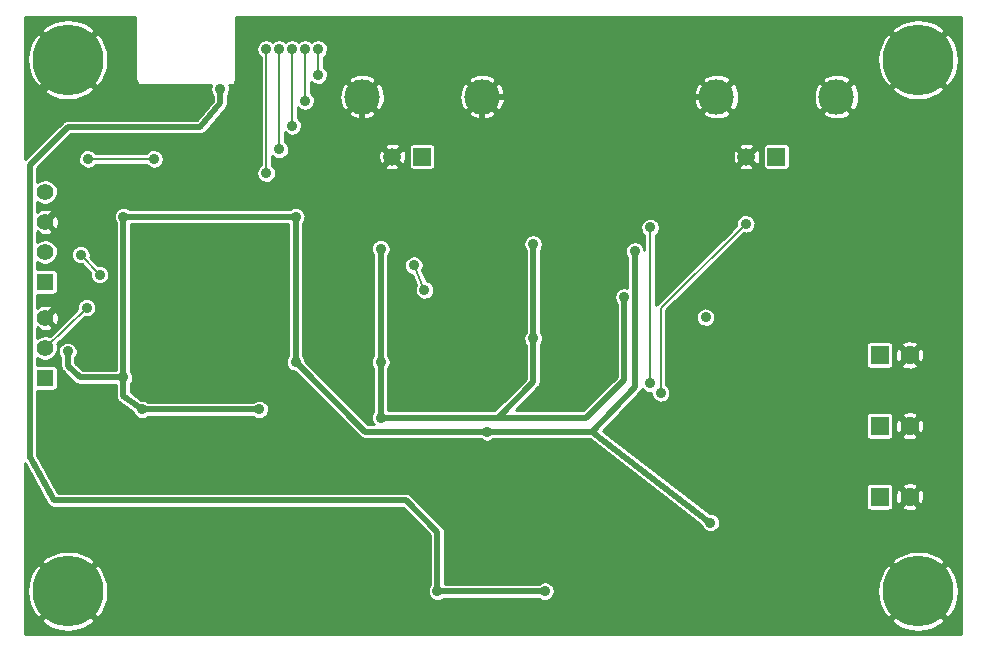
<source format=gbl>
G04 (created by PCBNEW (2013-04-05 BZR 4064)-testing) date 05/08/2013 18:39:14*
%MOIN*%
G04 Gerber Fmt 3.4, Leading zero omitted, Abs format*
%FSLAX34Y34*%
G01*
G70*
G90*
G04 APERTURE LIST*
%ADD10C,0.00393701*%
%ADD11C,0.11811*%
%ADD12R,0.0590551X0.0590551*%
%ADD13C,0.0590551*%
%ADD14R,0.0551024X0.0551024*%
%ADD15C,0.0550984*%
%ADD16R,0.055X0.055*%
%ADD17C,0.055*%
%ADD18R,0.0629921X0.0629921*%
%ADD19C,0.0629921*%
%ADD20C,0.236201*%
%ADD21C,0.035*%
%ADD22C,0.0354331*%
%ADD23C,0.019685*%
%ADD24C,0.00787402*%
%ADD25C,0.01*%
G04 APERTURE END LIST*
G54D10*
G54D11*
X91370Y-42566D03*
X87370Y-42566D03*
G54D12*
X89370Y-44566D03*
G54D13*
X88370Y-44566D03*
G54D11*
X79559Y-42566D03*
X75559Y-42566D03*
G54D12*
X77559Y-44566D03*
G54D13*
X76559Y-44566D03*
G54D14*
X65000Y-48744D03*
G54D15*
X65000Y-47744D03*
X65000Y-46744D03*
X65000Y-45744D03*
G54D16*
X65000Y-51944D03*
G54D17*
X65000Y-50944D03*
X65000Y-49944D03*
G54D18*
X92807Y-53543D03*
G54D19*
X93807Y-53543D03*
G54D18*
X92807Y-51181D03*
G54D19*
X93807Y-51181D03*
G54D18*
X92807Y-55905D03*
G54D19*
X93807Y-55905D03*
G54D20*
X94094Y-41338D03*
X94094Y-59055D03*
X65748Y-59055D03*
X65748Y-41338D03*
G54D21*
X87007Y-49921D03*
G54D22*
X79724Y-53740D03*
X87165Y-56771D03*
X84645Y-47716D03*
X73346Y-51417D03*
X72125Y-52992D03*
X73346Y-46574D03*
X67598Y-46574D03*
X67598Y-51929D03*
X68228Y-52992D03*
X65748Y-51062D03*
X70826Y-42322D03*
X78070Y-59055D03*
X81653Y-59055D03*
X72795Y-40984D03*
X72795Y-44330D03*
X72362Y-40984D03*
X72362Y-45118D03*
X77283Y-48188D03*
X77637Y-49015D03*
X73228Y-40984D03*
X73228Y-43543D03*
X85157Y-46929D03*
X85157Y-52125D03*
X85511Y-52440D03*
X88346Y-46811D03*
X66181Y-47834D03*
X66811Y-48503D03*
X66417Y-44645D03*
X68622Y-44645D03*
X66377Y-49606D03*
G54D21*
X85669Y-57716D03*
X67559Y-53622D03*
X69842Y-58188D03*
X85275Y-53937D03*
X66614Y-46456D03*
X74251Y-49212D03*
X70236Y-49448D03*
X81889Y-49212D03*
X82440Y-52834D03*
X79527Y-52755D03*
X77322Y-52755D03*
X91496Y-52519D03*
X91496Y-54724D03*
X91968Y-58031D03*
X91889Y-56929D03*
X89842Y-56771D03*
X88031Y-56692D03*
X89370Y-54960D03*
X87086Y-54881D03*
X89527Y-52834D03*
X87086Y-52834D03*
X83937Y-59448D03*
X84094Y-57637D03*
X84173Y-55354D03*
X82125Y-55354D03*
X73307Y-53543D03*
X71811Y-59606D03*
X71889Y-57244D03*
X70157Y-59606D03*
X67874Y-59527D03*
X73149Y-59606D03*
X72992Y-57086D03*
X70551Y-57086D03*
X68897Y-57165D03*
X67480Y-57165D03*
X65275Y-57165D03*
X65511Y-55039D03*
X65590Y-53385D03*
X75748Y-46692D03*
X79606Y-50944D03*
X82834Y-50393D03*
X81968Y-45275D03*
X93228Y-48267D03*
X91968Y-49763D03*
X94960Y-49685D03*
X94960Y-48267D03*
X91968Y-47480D03*
X93228Y-46456D03*
X94960Y-46456D03*
X94960Y-43937D03*
X91417Y-43858D03*
X88582Y-43700D03*
X84251Y-43543D03*
X81968Y-43543D03*
X77637Y-43700D03*
X74803Y-43779D03*
X68110Y-44094D03*
X64881Y-43307D03*
X75196Y-41417D03*
X76929Y-41417D03*
X79606Y-41338D03*
X81496Y-41338D03*
X84330Y-41102D03*
X86062Y-41102D03*
X88897Y-41181D03*
X91102Y-41181D03*
G54D22*
X86692Y-47401D03*
X87204Y-45748D03*
X75196Y-52755D03*
X75196Y-51417D03*
X67047Y-49527D03*
X75629Y-50196D03*
X75629Y-48346D03*
X65748Y-44645D03*
X70354Y-45944D03*
X79173Y-48454D03*
X73661Y-40984D03*
X73661Y-42716D03*
X74094Y-40984D03*
X74094Y-41850D03*
G54D21*
X81259Y-47480D03*
G54D22*
X76181Y-53267D03*
X84291Y-49251D03*
X81259Y-50629D03*
X76181Y-51417D03*
X76181Y-47637D03*
G54D23*
X79724Y-53740D02*
X75669Y-53740D01*
X75669Y-53740D02*
X73346Y-51417D01*
X79724Y-53740D02*
X83228Y-53740D01*
X83228Y-53740D02*
X84645Y-52233D01*
X84645Y-52233D02*
X84645Y-47716D01*
X83228Y-53740D02*
X87165Y-56771D01*
X73346Y-51417D02*
X73346Y-46574D01*
X73346Y-46574D02*
X67598Y-46574D01*
X67598Y-46574D02*
X67598Y-51929D01*
X67598Y-51929D02*
X67598Y-52559D01*
X67598Y-52559D02*
X68228Y-52992D01*
X68228Y-52992D02*
X72125Y-52992D01*
X67598Y-51929D02*
X67086Y-51929D01*
X67086Y-51929D02*
X66141Y-51929D01*
X66141Y-51929D02*
X65748Y-51535D01*
X65748Y-51535D02*
X65748Y-51062D01*
X78070Y-59055D02*
X78070Y-57086D01*
X78070Y-57086D02*
X77007Y-56023D01*
X77007Y-56023D02*
X65275Y-56023D01*
X65275Y-56023D02*
X64488Y-54566D01*
X64488Y-54566D02*
X64488Y-53031D01*
X64488Y-53031D02*
X64488Y-44842D01*
X64488Y-44842D02*
X65748Y-43582D01*
X65748Y-43582D02*
X70157Y-43582D01*
X70157Y-43582D02*
X70826Y-42795D01*
X70826Y-42795D02*
X70826Y-42322D01*
X78070Y-59055D02*
X81653Y-59055D01*
G54D24*
X72795Y-40984D02*
X72795Y-44173D01*
X72795Y-44173D02*
X72795Y-44330D01*
X72362Y-40984D02*
X72362Y-45118D01*
X77283Y-48188D02*
X77637Y-49015D01*
X73228Y-40984D02*
X73228Y-43543D01*
X85157Y-46929D02*
X85157Y-52125D01*
X88346Y-46811D02*
X85511Y-49606D01*
X85511Y-49606D02*
X85511Y-52440D01*
X66181Y-47834D02*
X66811Y-48503D01*
X66417Y-44645D02*
X68622Y-44645D01*
X65000Y-50944D02*
X66377Y-49606D01*
G54D23*
X75559Y-42566D02*
X75802Y-42459D01*
X65000Y-46744D02*
X65748Y-45956D01*
X65000Y-49944D02*
X65748Y-49157D01*
X79559Y-42566D02*
X87370Y-42566D01*
X86692Y-47401D02*
X86692Y-46259D01*
X86692Y-46259D02*
X87204Y-45748D01*
X75196Y-52755D02*
X75196Y-51417D01*
X65748Y-49157D02*
X66771Y-49157D01*
X66771Y-49157D02*
X67047Y-49527D01*
X75629Y-50196D02*
X75629Y-48346D01*
X65748Y-44645D02*
X65748Y-45956D01*
X70354Y-45944D02*
X72677Y-45944D01*
X72677Y-45944D02*
X73543Y-45944D01*
X73543Y-45944D02*
X75559Y-43858D01*
X75559Y-43858D02*
X75559Y-42566D01*
X79173Y-48454D02*
X79559Y-47992D01*
X79559Y-47992D02*
X79559Y-42566D01*
X65748Y-45956D02*
X65748Y-49157D01*
X64881Y-43307D02*
X64881Y-42440D01*
X64881Y-42440D02*
X65748Y-41338D01*
X66614Y-46456D02*
X65748Y-45956D01*
X89527Y-52834D02*
X91496Y-52519D01*
X89370Y-54960D02*
X91496Y-54724D01*
X79606Y-50944D02*
X79527Y-52755D01*
X79527Y-52755D02*
X77322Y-52755D01*
X82440Y-52834D02*
X82834Y-50393D01*
G54D24*
X73661Y-40984D02*
X73661Y-42716D01*
X74094Y-40984D02*
X74094Y-41850D01*
G54D23*
X81259Y-50629D02*
X81259Y-52086D01*
X81259Y-52086D02*
X80078Y-53267D01*
X76181Y-53267D02*
X76181Y-51417D01*
X76181Y-51417D02*
X76181Y-47637D01*
X81259Y-47480D02*
X81259Y-50629D01*
X84291Y-49251D02*
X84291Y-52007D01*
X84291Y-52007D02*
X83031Y-53267D01*
X83031Y-53267D02*
X80078Y-53267D01*
X80078Y-53267D02*
X76181Y-53267D01*
G54D10*
G36*
X70579Y-42705D02*
X70043Y-43335D01*
X67103Y-43335D01*
X67103Y-41346D01*
X67079Y-41083D01*
X67004Y-40829D01*
X66881Y-40595D01*
X66872Y-40581D01*
X66710Y-40444D01*
X66642Y-40513D01*
X66642Y-40376D01*
X66505Y-40214D01*
X66272Y-40088D01*
X66019Y-40010D01*
X65756Y-39982D01*
X65492Y-40007D01*
X65239Y-40082D01*
X65004Y-40204D01*
X64990Y-40214D01*
X64854Y-40376D01*
X65748Y-41270D01*
X66642Y-40376D01*
X66642Y-40513D01*
X65816Y-41338D01*
X66710Y-42232D01*
X66872Y-42095D01*
X66998Y-41862D01*
X67076Y-41610D01*
X67103Y-41346D01*
X67103Y-43335D01*
X66642Y-43335D01*
X66642Y-42301D01*
X65748Y-41407D01*
X65679Y-41475D01*
X65679Y-41338D01*
X64785Y-40444D01*
X64623Y-40581D01*
X64497Y-40814D01*
X64419Y-41067D01*
X64392Y-41330D01*
X64416Y-41593D01*
X64491Y-41847D01*
X64614Y-42081D01*
X64623Y-42095D01*
X64785Y-42232D01*
X65679Y-41338D01*
X65679Y-41475D01*
X64854Y-42301D01*
X64990Y-42463D01*
X65223Y-42588D01*
X65476Y-42666D01*
X65739Y-42694D01*
X66003Y-42670D01*
X66256Y-42595D01*
X66491Y-42472D01*
X66505Y-42463D01*
X66642Y-42301D01*
X66642Y-43335D01*
X65748Y-43335D01*
X65725Y-43338D01*
X65702Y-43340D01*
X65701Y-43340D01*
X65700Y-43340D01*
X65678Y-43347D01*
X65656Y-43353D01*
X65655Y-43354D01*
X65653Y-43354D01*
X65633Y-43365D01*
X65613Y-43375D01*
X65612Y-43376D01*
X65611Y-43377D01*
X65593Y-43391D01*
X65575Y-43405D01*
X65574Y-43407D01*
X65574Y-43407D01*
X65574Y-43407D01*
X65573Y-43408D01*
X64321Y-44659D01*
X64321Y-39912D01*
X68001Y-39912D01*
X68001Y-41968D01*
X68002Y-41982D01*
X68003Y-41996D01*
X68003Y-41996D01*
X68004Y-41997D01*
X68008Y-42010D01*
X68011Y-42024D01*
X68012Y-42024D01*
X68012Y-42025D01*
X68018Y-42037D01*
X68025Y-42049D01*
X68025Y-42050D01*
X68025Y-42050D01*
X68034Y-42061D01*
X68043Y-42072D01*
X68043Y-42072D01*
X68044Y-42073D01*
X68055Y-42081D01*
X68060Y-42086D01*
X68060Y-42175D01*
X70535Y-42175D01*
X70514Y-42223D01*
X70501Y-42286D01*
X70500Y-42350D01*
X70512Y-42413D01*
X70535Y-42472D01*
X70570Y-42526D01*
X70579Y-42535D01*
X70579Y-42705D01*
X70579Y-42705D01*
G37*
G54D25*
X70579Y-42705D02*
X70043Y-43335D01*
X67103Y-43335D01*
X67103Y-41346D01*
X67079Y-41083D01*
X67004Y-40829D01*
X66881Y-40595D01*
X66872Y-40581D01*
X66710Y-40444D01*
X66642Y-40513D01*
X66642Y-40376D01*
X66505Y-40214D01*
X66272Y-40088D01*
X66019Y-40010D01*
X65756Y-39982D01*
X65492Y-40007D01*
X65239Y-40082D01*
X65004Y-40204D01*
X64990Y-40214D01*
X64854Y-40376D01*
X65748Y-41270D01*
X66642Y-40376D01*
X66642Y-40513D01*
X65816Y-41338D01*
X66710Y-42232D01*
X66872Y-42095D01*
X66998Y-41862D01*
X67076Y-41610D01*
X67103Y-41346D01*
X67103Y-43335D01*
X66642Y-43335D01*
X66642Y-42301D01*
X65748Y-41407D01*
X65679Y-41475D01*
X65679Y-41338D01*
X64785Y-40444D01*
X64623Y-40581D01*
X64497Y-40814D01*
X64419Y-41067D01*
X64392Y-41330D01*
X64416Y-41593D01*
X64491Y-41847D01*
X64614Y-42081D01*
X64623Y-42095D01*
X64785Y-42232D01*
X65679Y-41338D01*
X65679Y-41475D01*
X64854Y-42301D01*
X64990Y-42463D01*
X65223Y-42588D01*
X65476Y-42666D01*
X65739Y-42694D01*
X66003Y-42670D01*
X66256Y-42595D01*
X66491Y-42472D01*
X66505Y-42463D01*
X66642Y-42301D01*
X66642Y-43335D01*
X65748Y-43335D01*
X65725Y-43338D01*
X65702Y-43340D01*
X65701Y-43340D01*
X65700Y-43340D01*
X65678Y-43347D01*
X65656Y-43353D01*
X65655Y-43354D01*
X65653Y-43354D01*
X65633Y-43365D01*
X65613Y-43375D01*
X65612Y-43376D01*
X65611Y-43377D01*
X65593Y-43391D01*
X65575Y-43405D01*
X65574Y-43407D01*
X65574Y-43407D01*
X65574Y-43407D01*
X65573Y-43408D01*
X64321Y-44659D01*
X64321Y-39912D01*
X68001Y-39912D01*
X68001Y-41968D01*
X68002Y-41982D01*
X68003Y-41996D01*
X68003Y-41996D01*
X68004Y-41997D01*
X68008Y-42010D01*
X68011Y-42024D01*
X68012Y-42024D01*
X68012Y-42025D01*
X68018Y-42037D01*
X68025Y-42049D01*
X68025Y-42050D01*
X68025Y-42050D01*
X68034Y-42061D01*
X68043Y-42072D01*
X68043Y-42072D01*
X68044Y-42073D01*
X68055Y-42081D01*
X68060Y-42086D01*
X68060Y-42175D01*
X70535Y-42175D01*
X70514Y-42223D01*
X70501Y-42286D01*
X70500Y-42350D01*
X70512Y-42413D01*
X70535Y-42472D01*
X70570Y-42526D01*
X70579Y-42535D01*
X70579Y-42705D01*
G54D10*
G36*
X95520Y-60481D02*
X95450Y-60481D01*
X95450Y-59063D01*
X95450Y-41346D01*
X95425Y-41083D01*
X95350Y-40829D01*
X95228Y-40595D01*
X95218Y-40581D01*
X95056Y-40444D01*
X94988Y-40513D01*
X94988Y-40376D01*
X94851Y-40214D01*
X94618Y-40088D01*
X94365Y-40010D01*
X94102Y-39982D01*
X93839Y-40007D01*
X93585Y-40082D01*
X93351Y-40204D01*
X93337Y-40214D01*
X93200Y-40376D01*
X94094Y-41270D01*
X94988Y-40376D01*
X94988Y-40513D01*
X94162Y-41338D01*
X95056Y-42232D01*
X95218Y-42095D01*
X95344Y-41862D01*
X95422Y-41610D01*
X95450Y-41346D01*
X95450Y-59063D01*
X95425Y-58800D01*
X95350Y-58546D01*
X95228Y-58311D01*
X95218Y-58297D01*
X95056Y-58161D01*
X94988Y-58229D01*
X94988Y-58092D01*
X94988Y-42301D01*
X94094Y-41407D01*
X94026Y-41475D01*
X94026Y-41338D01*
X93132Y-40444D01*
X92969Y-40581D01*
X92844Y-40814D01*
X92766Y-41067D01*
X92738Y-41330D01*
X92763Y-41593D01*
X92837Y-41847D01*
X92960Y-42081D01*
X92969Y-42095D01*
X93132Y-42232D01*
X94026Y-41338D01*
X94026Y-41475D01*
X93200Y-42301D01*
X93337Y-42463D01*
X93570Y-42588D01*
X93822Y-42666D01*
X94086Y-42694D01*
X94349Y-42670D01*
X94603Y-42595D01*
X94837Y-42472D01*
X94851Y-42463D01*
X94988Y-42301D01*
X94988Y-58092D01*
X94851Y-57930D01*
X94618Y-57804D01*
X94365Y-57726D01*
X94291Y-57719D01*
X94291Y-55877D01*
X94291Y-53515D01*
X94291Y-51152D01*
X94276Y-51059D01*
X94244Y-50970D01*
X94226Y-50936D01*
X94152Y-50903D01*
X94084Y-50972D01*
X94084Y-50835D01*
X94051Y-50761D01*
X93965Y-50722D01*
X93873Y-50700D01*
X93778Y-50696D01*
X93685Y-50711D01*
X93596Y-50743D01*
X93562Y-50761D01*
X93529Y-50835D01*
X93807Y-51112D01*
X94084Y-50835D01*
X94084Y-50972D01*
X93875Y-51181D01*
X94152Y-51458D01*
X94226Y-51425D01*
X94265Y-51339D01*
X94287Y-51247D01*
X94291Y-51152D01*
X94291Y-53515D01*
X94276Y-53421D01*
X94244Y-53332D01*
X94226Y-53298D01*
X94152Y-53265D01*
X94084Y-53334D01*
X94084Y-53197D01*
X94084Y-51526D01*
X93807Y-51249D01*
X93738Y-51318D01*
X93738Y-51181D01*
X93461Y-50903D01*
X93387Y-50936D01*
X93348Y-51022D01*
X93326Y-51114D01*
X93322Y-51209D01*
X93337Y-51302D01*
X93369Y-51391D01*
X93387Y-51425D01*
X93461Y-51458D01*
X93738Y-51181D01*
X93738Y-51318D01*
X93529Y-51526D01*
X93562Y-51600D01*
X93648Y-51639D01*
X93740Y-51661D01*
X93835Y-51665D01*
X93928Y-51650D01*
X94017Y-51618D01*
X94051Y-51600D01*
X94084Y-51526D01*
X94084Y-53197D01*
X94051Y-53124D01*
X93965Y-53084D01*
X93873Y-53062D01*
X93778Y-53058D01*
X93685Y-53073D01*
X93596Y-53106D01*
X93562Y-53124D01*
X93529Y-53197D01*
X93807Y-53474D01*
X94084Y-53197D01*
X94084Y-53334D01*
X93875Y-53543D01*
X94152Y-53820D01*
X94226Y-53788D01*
X94265Y-53701D01*
X94287Y-53609D01*
X94291Y-53515D01*
X94291Y-55877D01*
X94276Y-55783D01*
X94244Y-55694D01*
X94226Y-55660D01*
X94152Y-55628D01*
X94084Y-55696D01*
X94084Y-55559D01*
X94084Y-53889D01*
X93807Y-53611D01*
X93738Y-53680D01*
X93738Y-53543D01*
X93461Y-53265D01*
X93387Y-53298D01*
X93348Y-53384D01*
X93326Y-53476D01*
X93322Y-53571D01*
X93337Y-53665D01*
X93369Y-53754D01*
X93387Y-53788D01*
X93461Y-53820D01*
X93738Y-53543D01*
X93738Y-53680D01*
X93529Y-53889D01*
X93562Y-53962D01*
X93648Y-54002D01*
X93740Y-54024D01*
X93835Y-54027D01*
X93928Y-54013D01*
X94017Y-53980D01*
X94051Y-53962D01*
X94084Y-53889D01*
X94084Y-55559D01*
X94051Y-55486D01*
X93965Y-55446D01*
X93873Y-55424D01*
X93778Y-55420D01*
X93685Y-55435D01*
X93596Y-55468D01*
X93562Y-55486D01*
X93529Y-55559D01*
X93807Y-55837D01*
X94084Y-55559D01*
X94084Y-55696D01*
X93875Y-55905D01*
X94152Y-56182D01*
X94226Y-56150D01*
X94265Y-56064D01*
X94287Y-55972D01*
X94291Y-55877D01*
X94291Y-57719D01*
X94102Y-57699D01*
X94084Y-57701D01*
X94084Y-56251D01*
X93807Y-55973D01*
X93738Y-56042D01*
X93738Y-55905D01*
X93461Y-55628D01*
X93387Y-55660D01*
X93348Y-55746D01*
X93326Y-55839D01*
X93322Y-55933D01*
X93337Y-56027D01*
X93369Y-56116D01*
X93387Y-56150D01*
X93461Y-56182D01*
X93738Y-55905D01*
X93738Y-56042D01*
X93529Y-56251D01*
X93562Y-56324D01*
X93648Y-56364D01*
X93740Y-56386D01*
X93835Y-56390D01*
X93928Y-56375D01*
X94017Y-56342D01*
X94051Y-56324D01*
X94084Y-56251D01*
X94084Y-57701D01*
X93839Y-57723D01*
X93585Y-57798D01*
X93351Y-57921D01*
X93337Y-57930D01*
X93270Y-58009D01*
X93270Y-56206D01*
X93270Y-53844D01*
X93270Y-51482D01*
X93270Y-50851D01*
X93264Y-50823D01*
X93253Y-50796D01*
X93237Y-50771D01*
X93217Y-50751D01*
X93192Y-50734D01*
X93166Y-50723D01*
X93137Y-50717D01*
X93108Y-50717D01*
X92477Y-50717D01*
X92449Y-50723D01*
X92422Y-50734D01*
X92397Y-50750D01*
X92377Y-50771D01*
X92360Y-50795D01*
X92349Y-50822D01*
X92343Y-50850D01*
X92343Y-50879D01*
X92343Y-51510D01*
X92349Y-51539D01*
X92360Y-51566D01*
X92376Y-51590D01*
X92397Y-51610D01*
X92421Y-51627D01*
X92448Y-51638D01*
X92476Y-51644D01*
X92505Y-51644D01*
X93136Y-51644D01*
X93165Y-51638D01*
X93192Y-51627D01*
X93216Y-51611D01*
X93236Y-51591D01*
X93253Y-51566D01*
X93264Y-51540D01*
X93270Y-51511D01*
X93270Y-51482D01*
X93270Y-53844D01*
X93270Y-53213D01*
X93264Y-53185D01*
X93253Y-53158D01*
X93237Y-53134D01*
X93217Y-53113D01*
X93192Y-53097D01*
X93166Y-53085D01*
X93137Y-53080D01*
X93108Y-53079D01*
X92477Y-53079D01*
X92449Y-53085D01*
X92422Y-53096D01*
X92397Y-53112D01*
X92377Y-53133D01*
X92360Y-53157D01*
X92349Y-53184D01*
X92343Y-53212D01*
X92343Y-53241D01*
X92343Y-53872D01*
X92349Y-53901D01*
X92360Y-53928D01*
X92376Y-53952D01*
X92397Y-53973D01*
X92421Y-53989D01*
X92448Y-54000D01*
X92476Y-54006D01*
X92505Y-54006D01*
X93136Y-54006D01*
X93165Y-54001D01*
X93192Y-53989D01*
X93216Y-53973D01*
X93236Y-53953D01*
X93253Y-53929D01*
X93264Y-53902D01*
X93270Y-53873D01*
X93270Y-53844D01*
X93270Y-56206D01*
X93270Y-55575D01*
X93264Y-55547D01*
X93253Y-55520D01*
X93237Y-55496D01*
X93217Y-55475D01*
X93192Y-55459D01*
X93166Y-55448D01*
X93137Y-55442D01*
X93108Y-55442D01*
X92477Y-55442D01*
X92449Y-55447D01*
X92422Y-55458D01*
X92397Y-55474D01*
X92377Y-55495D01*
X92360Y-55519D01*
X92349Y-55546D01*
X92343Y-55574D01*
X92343Y-55604D01*
X92343Y-56235D01*
X92349Y-56263D01*
X92360Y-56290D01*
X92376Y-56314D01*
X92397Y-56335D01*
X92421Y-56351D01*
X92448Y-56362D01*
X92476Y-56368D01*
X92505Y-56369D01*
X93136Y-56368D01*
X93165Y-56363D01*
X93192Y-56352D01*
X93216Y-56336D01*
X93236Y-56315D01*
X93253Y-56291D01*
X93264Y-56264D01*
X93270Y-56236D01*
X93270Y-56206D01*
X93270Y-58009D01*
X93200Y-58092D01*
X94094Y-58986D01*
X94988Y-58092D01*
X94988Y-58229D01*
X94162Y-59055D01*
X95056Y-59949D01*
X95218Y-59812D01*
X95344Y-59579D01*
X95422Y-59326D01*
X95450Y-59063D01*
X95450Y-60481D01*
X94988Y-60481D01*
X94988Y-60017D01*
X94094Y-59123D01*
X94026Y-59192D01*
X94026Y-59055D01*
X93132Y-58161D01*
X92969Y-58297D01*
X92844Y-58530D01*
X92766Y-58783D01*
X92738Y-59046D01*
X92763Y-59310D01*
X92837Y-59563D01*
X92960Y-59798D01*
X92969Y-59812D01*
X93132Y-59949D01*
X94026Y-59055D01*
X94026Y-59192D01*
X93200Y-60017D01*
X93337Y-60179D01*
X93570Y-60305D01*
X93822Y-60383D01*
X94086Y-60410D01*
X94349Y-60386D01*
X94603Y-60311D01*
X94837Y-60188D01*
X94851Y-60179D01*
X94988Y-60017D01*
X94988Y-60481D01*
X92132Y-60481D01*
X92132Y-42550D01*
X92114Y-42402D01*
X92068Y-42261D01*
X92014Y-42158D01*
X91912Y-42092D01*
X91844Y-42161D01*
X91844Y-42024D01*
X91778Y-41922D01*
X91645Y-41855D01*
X91501Y-41816D01*
X91353Y-41804D01*
X91205Y-41822D01*
X91064Y-41868D01*
X90962Y-41922D01*
X90896Y-42024D01*
X91370Y-42498D01*
X91844Y-42024D01*
X91844Y-42161D01*
X91438Y-42566D01*
X91912Y-43040D01*
X92014Y-42974D01*
X92081Y-42842D01*
X92120Y-42698D01*
X92132Y-42550D01*
X92132Y-60481D01*
X91844Y-60481D01*
X91844Y-43109D01*
X91370Y-42635D01*
X91301Y-42703D01*
X91301Y-42566D01*
X90827Y-42092D01*
X90726Y-42158D01*
X90659Y-42291D01*
X90619Y-42435D01*
X90607Y-42583D01*
X90625Y-42731D01*
X90671Y-42872D01*
X90726Y-42974D01*
X90827Y-43040D01*
X91301Y-42566D01*
X91301Y-42703D01*
X90896Y-43109D01*
X90962Y-43210D01*
X91094Y-43277D01*
X91238Y-43317D01*
X91386Y-43329D01*
X91534Y-43311D01*
X91675Y-43265D01*
X91778Y-43210D01*
X91844Y-43109D01*
X91844Y-60481D01*
X89813Y-60481D01*
X89813Y-44848D01*
X89813Y-44257D01*
X89808Y-44228D01*
X89797Y-44201D01*
X89780Y-44177D01*
X89760Y-44156D01*
X89736Y-44140D01*
X89709Y-44129D01*
X89680Y-44123D01*
X89651Y-44123D01*
X89060Y-44123D01*
X89031Y-44128D01*
X89004Y-44139D01*
X88980Y-44156D01*
X88959Y-44176D01*
X88943Y-44200D01*
X88932Y-44227D01*
X88926Y-44256D01*
X88926Y-44285D01*
X88926Y-44876D01*
X88932Y-44905D01*
X88943Y-44932D01*
X88959Y-44956D01*
X88979Y-44977D01*
X89003Y-44993D01*
X89030Y-45004D01*
X89059Y-45010D01*
X89088Y-45010D01*
X89679Y-45010D01*
X89708Y-45004D01*
X89735Y-44993D01*
X89759Y-44977D01*
X89780Y-44957D01*
X89796Y-44933D01*
X89807Y-44906D01*
X89813Y-44877D01*
X89813Y-44848D01*
X89813Y-60481D01*
X88834Y-60481D01*
X88834Y-44537D01*
X88820Y-44448D01*
X88788Y-44363D01*
X88773Y-44333D01*
X88701Y-44303D01*
X88633Y-44372D01*
X88633Y-44235D01*
X88603Y-44163D01*
X88520Y-44126D01*
X88431Y-44105D01*
X88341Y-44102D01*
X88251Y-44116D01*
X88166Y-44148D01*
X88137Y-44163D01*
X88132Y-44175D01*
X88132Y-42550D01*
X88114Y-42402D01*
X88068Y-42261D01*
X88014Y-42158D01*
X87912Y-42092D01*
X87844Y-42161D01*
X87844Y-42024D01*
X87778Y-41922D01*
X87645Y-41855D01*
X87501Y-41816D01*
X87353Y-41804D01*
X87205Y-41822D01*
X87064Y-41868D01*
X86962Y-41922D01*
X86896Y-42024D01*
X87370Y-42498D01*
X87844Y-42024D01*
X87844Y-42161D01*
X87438Y-42566D01*
X87912Y-43040D01*
X88014Y-42974D01*
X88081Y-42842D01*
X88120Y-42698D01*
X88132Y-42550D01*
X88132Y-44175D01*
X88106Y-44235D01*
X88370Y-44498D01*
X88633Y-44235D01*
X88633Y-44372D01*
X88438Y-44566D01*
X88701Y-44830D01*
X88773Y-44799D01*
X88810Y-44717D01*
X88831Y-44628D01*
X88834Y-44537D01*
X88834Y-60481D01*
X88672Y-60481D01*
X88672Y-46779D01*
X88659Y-46716D01*
X88635Y-46657D01*
X88633Y-46654D01*
X88633Y-44898D01*
X88370Y-44635D01*
X88301Y-44703D01*
X88301Y-44566D01*
X88038Y-44303D01*
X87966Y-44333D01*
X87929Y-44416D01*
X87908Y-44505D01*
X87905Y-44595D01*
X87919Y-44685D01*
X87951Y-44770D01*
X87966Y-44799D01*
X88038Y-44830D01*
X88301Y-44566D01*
X88301Y-44703D01*
X88106Y-44898D01*
X88137Y-44970D01*
X88219Y-45007D01*
X88308Y-45028D01*
X88399Y-45031D01*
X88488Y-45017D01*
X88573Y-44985D01*
X88603Y-44970D01*
X88633Y-44898D01*
X88633Y-46654D01*
X88599Y-46604D01*
X88555Y-46558D01*
X88502Y-46523D01*
X88443Y-46498D01*
X88380Y-46485D01*
X88316Y-46485D01*
X88254Y-46497D01*
X88194Y-46521D01*
X88141Y-46556D01*
X88095Y-46600D01*
X88059Y-46653D01*
X88034Y-46712D01*
X88021Y-46774D01*
X88020Y-46838D01*
X88025Y-46864D01*
X87844Y-47042D01*
X87844Y-43109D01*
X87370Y-42635D01*
X87301Y-42703D01*
X87301Y-42566D01*
X86827Y-42092D01*
X86726Y-42158D01*
X86659Y-42291D01*
X86619Y-42435D01*
X86607Y-42583D01*
X86625Y-42731D01*
X86671Y-42872D01*
X86726Y-42974D01*
X86827Y-43040D01*
X87301Y-42566D01*
X87301Y-42703D01*
X86896Y-43109D01*
X86962Y-43210D01*
X87094Y-43277D01*
X87238Y-43317D01*
X87386Y-43329D01*
X87534Y-43311D01*
X87675Y-43265D01*
X87778Y-43210D01*
X87844Y-43109D01*
X87844Y-47042D01*
X85379Y-49472D01*
X85368Y-49486D01*
X85356Y-49500D01*
X85356Y-49500D01*
X85356Y-49500D01*
X85347Y-49516D01*
X85345Y-49521D01*
X85345Y-47195D01*
X85358Y-47186D01*
X85405Y-47142D01*
X85441Y-47090D01*
X85467Y-47032D01*
X85482Y-46970D01*
X85483Y-46897D01*
X85470Y-46834D01*
X85446Y-46775D01*
X85411Y-46722D01*
X85366Y-46677D01*
X85313Y-46641D01*
X85254Y-46616D01*
X85191Y-46603D01*
X85127Y-46603D01*
X85065Y-46615D01*
X85005Y-46639D01*
X84952Y-46674D01*
X84906Y-46718D01*
X84870Y-46771D01*
X84845Y-46830D01*
X84832Y-46892D01*
X84831Y-46956D01*
X84842Y-47019D01*
X84866Y-47078D01*
X84901Y-47132D01*
X84945Y-47178D01*
X84969Y-47195D01*
X84969Y-47676D01*
X84958Y-47621D01*
X84934Y-47562D01*
X84899Y-47509D01*
X84854Y-47464D01*
X84801Y-47428D01*
X84742Y-47404D01*
X84679Y-47391D01*
X84616Y-47390D01*
X84553Y-47402D01*
X84494Y-47426D01*
X84440Y-47461D01*
X84395Y-47506D01*
X84358Y-47558D01*
X84333Y-47617D01*
X84320Y-47680D01*
X84319Y-47743D01*
X84331Y-47806D01*
X84354Y-47866D01*
X84389Y-47919D01*
X84398Y-47929D01*
X84398Y-48943D01*
X84388Y-48939D01*
X84325Y-48926D01*
X84261Y-48926D01*
X84198Y-48938D01*
X84139Y-48962D01*
X84086Y-48996D01*
X84040Y-49041D01*
X84004Y-49094D01*
X83979Y-49153D01*
X83966Y-49215D01*
X83965Y-49279D01*
X83976Y-49342D01*
X84000Y-49401D01*
X84034Y-49455D01*
X84044Y-49465D01*
X84044Y-51905D01*
X82929Y-53020D01*
X80674Y-53020D01*
X81434Y-52261D01*
X81448Y-52243D01*
X81463Y-52226D01*
X81464Y-52224D01*
X81464Y-52223D01*
X81475Y-52203D01*
X81486Y-52183D01*
X81487Y-52182D01*
X81487Y-52181D01*
X81494Y-52159D01*
X81501Y-52137D01*
X81501Y-52136D01*
X81501Y-52135D01*
X81504Y-52112D01*
X81506Y-52090D01*
X81506Y-52087D01*
X81506Y-52087D01*
X81506Y-52087D01*
X81506Y-52086D01*
X81506Y-50844D01*
X81507Y-50843D01*
X81544Y-50791D01*
X81570Y-50733D01*
X81584Y-50670D01*
X81585Y-50597D01*
X81573Y-50535D01*
X81548Y-50476D01*
X81513Y-50423D01*
X81506Y-50416D01*
X81506Y-47691D01*
X81542Y-47640D01*
X81568Y-47582D01*
X81582Y-47521D01*
X81583Y-47448D01*
X81570Y-47386D01*
X81546Y-47327D01*
X81511Y-47274D01*
X81466Y-47229D01*
X81414Y-47194D01*
X81355Y-47169D01*
X81293Y-47157D01*
X81230Y-47156D01*
X81168Y-47168D01*
X81109Y-47192D01*
X81056Y-47227D01*
X81010Y-47271D01*
X80975Y-47323D01*
X80950Y-47382D01*
X80936Y-47444D01*
X80935Y-47507D01*
X80947Y-47569D01*
X80970Y-47628D01*
X81005Y-47682D01*
X81012Y-47690D01*
X81012Y-50415D01*
X81009Y-50419D01*
X80973Y-50472D01*
X80947Y-50530D01*
X80934Y-50593D01*
X80933Y-50657D01*
X80945Y-50720D01*
X80968Y-50779D01*
X81003Y-50833D01*
X81012Y-50843D01*
X81012Y-51984D01*
X80321Y-52676D01*
X80321Y-42550D01*
X80303Y-42402D01*
X80257Y-42261D01*
X80203Y-42158D01*
X80101Y-42092D01*
X80032Y-42161D01*
X80032Y-42024D01*
X79967Y-41922D01*
X79834Y-41855D01*
X79690Y-41816D01*
X79542Y-41804D01*
X79394Y-41822D01*
X79253Y-41868D01*
X79151Y-41922D01*
X79085Y-42024D01*
X79559Y-42498D01*
X80032Y-42024D01*
X80032Y-42161D01*
X79627Y-42566D01*
X80101Y-43040D01*
X80203Y-42974D01*
X80269Y-42842D01*
X80309Y-42698D01*
X80321Y-42550D01*
X80321Y-52676D01*
X80032Y-52964D01*
X80032Y-43109D01*
X79559Y-42635D01*
X79490Y-42703D01*
X79490Y-42566D01*
X79016Y-42092D01*
X78915Y-42158D01*
X78848Y-42291D01*
X78808Y-42435D01*
X78796Y-42583D01*
X78814Y-42731D01*
X78860Y-42872D01*
X78915Y-42974D01*
X79016Y-43040D01*
X79490Y-42566D01*
X79490Y-42703D01*
X79085Y-43109D01*
X79151Y-43210D01*
X79283Y-43277D01*
X79427Y-43317D01*
X79575Y-43329D01*
X79723Y-43311D01*
X79864Y-43265D01*
X79967Y-43210D01*
X80032Y-43109D01*
X80032Y-52964D01*
X79976Y-53020D01*
X78002Y-53020D01*
X78002Y-44848D01*
X78002Y-44257D01*
X77997Y-44228D01*
X77986Y-44201D01*
X77969Y-44177D01*
X77949Y-44156D01*
X77925Y-44140D01*
X77898Y-44129D01*
X77869Y-44123D01*
X77840Y-44123D01*
X77249Y-44123D01*
X77220Y-44128D01*
X77193Y-44139D01*
X77169Y-44156D01*
X77148Y-44176D01*
X77132Y-44200D01*
X77121Y-44227D01*
X77115Y-44256D01*
X77115Y-44285D01*
X77115Y-44876D01*
X77121Y-44905D01*
X77132Y-44932D01*
X77148Y-44956D01*
X77168Y-44977D01*
X77192Y-44993D01*
X77219Y-45004D01*
X77248Y-45010D01*
X77277Y-45010D01*
X77868Y-45010D01*
X77897Y-45004D01*
X77924Y-44993D01*
X77948Y-44977D01*
X77969Y-44957D01*
X77985Y-44933D01*
X77996Y-44906D01*
X78002Y-44877D01*
X78002Y-44848D01*
X78002Y-53020D01*
X77963Y-53020D01*
X77963Y-48983D01*
X77950Y-48921D01*
X77926Y-48862D01*
X77891Y-48808D01*
X77846Y-48763D01*
X77793Y-48727D01*
X77734Y-48703D01*
X77705Y-48697D01*
X77561Y-48360D01*
X77567Y-48350D01*
X77593Y-48292D01*
X77608Y-48229D01*
X77609Y-48157D01*
X77596Y-48094D01*
X77572Y-48035D01*
X77537Y-47982D01*
X77492Y-47936D01*
X77439Y-47901D01*
X77380Y-47876D01*
X77317Y-47863D01*
X77253Y-47863D01*
X77191Y-47875D01*
X77131Y-47899D01*
X77078Y-47934D01*
X77032Y-47978D01*
X77023Y-47991D01*
X77023Y-44537D01*
X77009Y-44448D01*
X76977Y-44363D01*
X76962Y-44333D01*
X76890Y-44303D01*
X76822Y-44372D01*
X76822Y-44235D01*
X76792Y-44163D01*
X76709Y-44126D01*
X76620Y-44105D01*
X76530Y-44102D01*
X76440Y-44116D01*
X76355Y-44148D01*
X76326Y-44163D01*
X76321Y-44175D01*
X76321Y-42550D01*
X76303Y-42402D01*
X76257Y-42261D01*
X76203Y-42158D01*
X76101Y-42092D01*
X76032Y-42161D01*
X76032Y-42024D01*
X75967Y-41922D01*
X75834Y-41855D01*
X75690Y-41816D01*
X75542Y-41804D01*
X75394Y-41822D01*
X75253Y-41868D01*
X75151Y-41922D01*
X75085Y-42024D01*
X75559Y-42498D01*
X76032Y-42024D01*
X76032Y-42161D01*
X75627Y-42566D01*
X76101Y-43040D01*
X76203Y-42974D01*
X76269Y-42842D01*
X76309Y-42698D01*
X76321Y-42550D01*
X76321Y-44175D01*
X76295Y-44235D01*
X76559Y-44498D01*
X76822Y-44235D01*
X76822Y-44372D01*
X76627Y-44566D01*
X76890Y-44830D01*
X76962Y-44799D01*
X76999Y-44717D01*
X77020Y-44628D01*
X77023Y-44537D01*
X77023Y-47991D01*
X76996Y-48031D01*
X76971Y-48090D01*
X76958Y-48152D01*
X76957Y-48216D01*
X76968Y-48279D01*
X76992Y-48338D01*
X77027Y-48392D01*
X77071Y-48438D01*
X77123Y-48474D01*
X77182Y-48500D01*
X77215Y-48507D01*
X77360Y-48844D01*
X77351Y-48858D01*
X77325Y-48916D01*
X77312Y-48979D01*
X77311Y-49043D01*
X77323Y-49105D01*
X77346Y-49165D01*
X77381Y-49218D01*
X77425Y-49264D01*
X77478Y-49301D01*
X77536Y-49326D01*
X77599Y-49340D01*
X77662Y-49341D01*
X77725Y-49330D01*
X77785Y-49307D01*
X77839Y-49273D01*
X77885Y-49229D01*
X77922Y-49177D01*
X77948Y-49119D01*
X77962Y-49056D01*
X77963Y-48983D01*
X77963Y-53020D01*
X76822Y-53020D01*
X76822Y-44898D01*
X76559Y-44635D01*
X76490Y-44703D01*
X76490Y-44566D01*
X76227Y-44303D01*
X76155Y-44333D01*
X76118Y-44416D01*
X76097Y-44505D01*
X76094Y-44595D01*
X76108Y-44685D01*
X76140Y-44770D01*
X76155Y-44799D01*
X76227Y-44830D01*
X76490Y-44566D01*
X76490Y-44703D01*
X76295Y-44898D01*
X76326Y-44970D01*
X76408Y-45007D01*
X76497Y-45028D01*
X76588Y-45031D01*
X76677Y-45017D01*
X76762Y-44985D01*
X76792Y-44970D01*
X76822Y-44898D01*
X76822Y-53020D01*
X76427Y-53020D01*
X76427Y-51631D01*
X76428Y-51631D01*
X76465Y-51578D01*
X76491Y-51520D01*
X76505Y-51458D01*
X76506Y-51385D01*
X76494Y-51322D01*
X76469Y-51263D01*
X76434Y-51210D01*
X76427Y-51203D01*
X76427Y-47852D01*
X76428Y-47851D01*
X76465Y-47799D01*
X76491Y-47741D01*
X76505Y-47678D01*
X76506Y-47605D01*
X76494Y-47543D01*
X76469Y-47484D01*
X76434Y-47431D01*
X76389Y-47385D01*
X76336Y-47350D01*
X76277Y-47325D01*
X76215Y-47312D01*
X76151Y-47311D01*
X76088Y-47323D01*
X76032Y-47346D01*
X76032Y-43109D01*
X75559Y-42635D01*
X75490Y-42703D01*
X75490Y-42566D01*
X75016Y-42092D01*
X74915Y-42158D01*
X74848Y-42291D01*
X74808Y-42435D01*
X74796Y-42583D01*
X74814Y-42731D01*
X74860Y-42872D01*
X74915Y-42974D01*
X75016Y-43040D01*
X75490Y-42566D01*
X75490Y-42703D01*
X75085Y-43109D01*
X75151Y-43210D01*
X75283Y-43277D01*
X75427Y-43317D01*
X75575Y-43329D01*
X75723Y-43311D01*
X75864Y-43265D01*
X75967Y-43210D01*
X76032Y-43109D01*
X76032Y-47346D01*
X76029Y-47347D01*
X75976Y-47382D01*
X75930Y-47427D01*
X75894Y-47480D01*
X75869Y-47538D01*
X75855Y-47601D01*
X75855Y-47665D01*
X75866Y-47727D01*
X75890Y-47787D01*
X75924Y-47841D01*
X75934Y-47850D01*
X75934Y-51203D01*
X75930Y-51207D01*
X75894Y-51259D01*
X75869Y-51318D01*
X75855Y-51380D01*
X75855Y-51444D01*
X75866Y-51507D01*
X75890Y-51566D01*
X75924Y-51620D01*
X75934Y-51630D01*
X75934Y-53053D01*
X75930Y-53057D01*
X75894Y-53110D01*
X75869Y-53168D01*
X75855Y-53231D01*
X75855Y-53295D01*
X75866Y-53357D01*
X75890Y-53417D01*
X75924Y-53470D01*
X75946Y-53493D01*
X75771Y-53493D01*
X74420Y-52141D01*
X74420Y-41818D01*
X74407Y-41755D01*
X74383Y-41696D01*
X74348Y-41643D01*
X74303Y-41598D01*
X74282Y-41584D01*
X74282Y-41250D01*
X74295Y-41242D01*
X74342Y-41198D01*
X74378Y-41145D01*
X74404Y-41087D01*
X74419Y-41025D01*
X74420Y-40952D01*
X74407Y-40889D01*
X74383Y-40830D01*
X74348Y-40777D01*
X74303Y-40732D01*
X74250Y-40696D01*
X74191Y-40671D01*
X74128Y-40658D01*
X74064Y-40658D01*
X74002Y-40670D01*
X73942Y-40694D01*
X73889Y-40729D01*
X73878Y-40740D01*
X73869Y-40732D01*
X73817Y-40696D01*
X73758Y-40671D01*
X73695Y-40658D01*
X73631Y-40658D01*
X73569Y-40670D01*
X73509Y-40694D01*
X73456Y-40729D01*
X73445Y-40740D01*
X73436Y-40732D01*
X73383Y-40696D01*
X73325Y-40671D01*
X73262Y-40658D01*
X73198Y-40658D01*
X73135Y-40670D01*
X73076Y-40694D01*
X73023Y-40729D01*
X73011Y-40740D01*
X73003Y-40732D01*
X72950Y-40696D01*
X72892Y-40671D01*
X72829Y-40658D01*
X72765Y-40658D01*
X72702Y-40670D01*
X72643Y-40694D01*
X72590Y-40729D01*
X72578Y-40740D01*
X72570Y-40732D01*
X72517Y-40696D01*
X72458Y-40671D01*
X72396Y-40658D01*
X72332Y-40658D01*
X72269Y-40670D01*
X72210Y-40694D01*
X72157Y-40729D01*
X72111Y-40773D01*
X72075Y-40826D01*
X72050Y-40885D01*
X72037Y-40947D01*
X72036Y-41011D01*
X72047Y-41074D01*
X72071Y-41133D01*
X72105Y-41187D01*
X72150Y-41233D01*
X72174Y-41250D01*
X72174Y-44851D01*
X72157Y-44863D01*
X72111Y-44907D01*
X72075Y-44960D01*
X72050Y-45019D01*
X72037Y-45081D01*
X72036Y-45145D01*
X72047Y-45208D01*
X72071Y-45267D01*
X72105Y-45321D01*
X72150Y-45367D01*
X72202Y-45403D01*
X72261Y-45429D01*
X72323Y-45442D01*
X72387Y-45444D01*
X72450Y-45433D01*
X72509Y-45410D01*
X72563Y-45375D01*
X72609Y-45331D01*
X72646Y-45279D01*
X72672Y-45221D01*
X72686Y-45159D01*
X72687Y-45086D01*
X72675Y-45023D01*
X72651Y-44964D01*
X72615Y-44911D01*
X72570Y-44866D01*
X72550Y-44852D01*
X72550Y-44545D01*
X72583Y-44579D01*
X72635Y-44616D01*
X72694Y-44641D01*
X72756Y-44655D01*
X72820Y-44656D01*
X72883Y-44645D01*
X72942Y-44622D01*
X72996Y-44588D01*
X73042Y-44544D01*
X73079Y-44492D01*
X73105Y-44433D01*
X73119Y-44371D01*
X73120Y-44298D01*
X73108Y-44236D01*
X73084Y-44177D01*
X73048Y-44123D01*
X73003Y-44078D01*
X72983Y-44064D01*
X72983Y-43758D01*
X73016Y-43792D01*
X73068Y-43828D01*
X73127Y-43854D01*
X73189Y-43868D01*
X73253Y-43869D01*
X73316Y-43858D01*
X73375Y-43835D01*
X73429Y-43801D01*
X73476Y-43757D01*
X73512Y-43704D01*
X73538Y-43646D01*
X73552Y-43584D01*
X73553Y-43511D01*
X73541Y-43448D01*
X73517Y-43389D01*
X73481Y-43336D01*
X73436Y-43291D01*
X73416Y-43277D01*
X73416Y-42931D01*
X73449Y-42965D01*
X73501Y-43002D01*
X73560Y-43027D01*
X73622Y-43041D01*
X73686Y-43042D01*
X73749Y-43031D01*
X73808Y-43008D01*
X73862Y-42974D01*
X73909Y-42930D01*
X73945Y-42878D01*
X73971Y-42819D01*
X73986Y-42757D01*
X73987Y-42684D01*
X73974Y-42621D01*
X73950Y-42562D01*
X73914Y-42509D01*
X73869Y-42464D01*
X73849Y-42450D01*
X73849Y-42065D01*
X73882Y-42099D01*
X73934Y-42135D01*
X73993Y-42161D01*
X74055Y-42175D01*
X74119Y-42176D01*
X74182Y-42165D01*
X74242Y-42142D01*
X74295Y-42108D01*
X74342Y-42064D01*
X74378Y-42011D01*
X74404Y-41953D01*
X74419Y-41891D01*
X74420Y-41818D01*
X74420Y-52141D01*
X73671Y-51393D01*
X73672Y-51385D01*
X73659Y-51322D01*
X73635Y-51263D01*
X73599Y-51210D01*
X73593Y-51203D01*
X73593Y-46789D01*
X73594Y-46788D01*
X73630Y-46736D01*
X73656Y-46678D01*
X73671Y-46615D01*
X73672Y-46542D01*
X73659Y-46480D01*
X73635Y-46421D01*
X73599Y-46368D01*
X73555Y-46322D01*
X73502Y-46287D01*
X73443Y-46262D01*
X73380Y-46249D01*
X73316Y-46248D01*
X73254Y-46260D01*
X73194Y-46284D01*
X73141Y-46319D01*
X73133Y-46327D01*
X68947Y-46327D01*
X68947Y-44613D01*
X68935Y-44551D01*
X68910Y-44492D01*
X68875Y-44438D01*
X68830Y-44393D01*
X68777Y-44357D01*
X68718Y-44333D01*
X68656Y-44320D01*
X68592Y-44319D01*
X68529Y-44331D01*
X68470Y-44355D01*
X68417Y-44390D01*
X68371Y-44435D01*
X68356Y-44457D01*
X66683Y-44457D01*
X66670Y-44438D01*
X66625Y-44393D01*
X66572Y-44357D01*
X66514Y-44333D01*
X66451Y-44320D01*
X66387Y-44319D01*
X66324Y-44331D01*
X66265Y-44355D01*
X66212Y-44390D01*
X66166Y-44435D01*
X66130Y-44488D01*
X66105Y-44546D01*
X66092Y-44609D01*
X66091Y-44673D01*
X66102Y-44735D01*
X66126Y-44795D01*
X66160Y-44848D01*
X66205Y-44894D01*
X66257Y-44931D01*
X66316Y-44956D01*
X66378Y-44970D01*
X66442Y-44971D01*
X66505Y-44960D01*
X66564Y-44937D01*
X66618Y-44903D01*
X66664Y-44859D01*
X66683Y-44833D01*
X68355Y-44833D01*
X68365Y-44848D01*
X68410Y-44894D01*
X68462Y-44931D01*
X68520Y-44956D01*
X68583Y-44970D01*
X68647Y-44971D01*
X68710Y-44960D01*
X68769Y-44937D01*
X68823Y-44903D01*
X68869Y-44859D01*
X68906Y-44807D01*
X68932Y-44748D01*
X68946Y-44686D01*
X68947Y-44613D01*
X68947Y-46327D01*
X67812Y-46327D01*
X67806Y-46322D01*
X67754Y-46287D01*
X67695Y-46262D01*
X67632Y-46249D01*
X67568Y-46248D01*
X67506Y-46260D01*
X67446Y-46284D01*
X67393Y-46319D01*
X67347Y-46364D01*
X67311Y-46417D01*
X67286Y-46475D01*
X67273Y-46538D01*
X67272Y-46602D01*
X67283Y-46664D01*
X67307Y-46724D01*
X67342Y-46778D01*
X67351Y-46787D01*
X67351Y-51682D01*
X67136Y-51682D01*
X67136Y-48472D01*
X67124Y-48409D01*
X67099Y-48350D01*
X67064Y-48297D01*
X67019Y-48251D01*
X66966Y-48216D01*
X66907Y-48191D01*
X66845Y-48178D01*
X66781Y-48178D01*
X66765Y-48181D01*
X66500Y-47899D01*
X66505Y-47875D01*
X66506Y-47802D01*
X66494Y-47740D01*
X66469Y-47681D01*
X66434Y-47627D01*
X66389Y-47582D01*
X66336Y-47546D01*
X66277Y-47522D01*
X66215Y-47509D01*
X66151Y-47508D01*
X66088Y-47520D01*
X66029Y-47544D01*
X65976Y-47579D01*
X65930Y-47624D01*
X65894Y-47677D01*
X65869Y-47735D01*
X65855Y-47798D01*
X65855Y-47862D01*
X65866Y-47924D01*
X65890Y-47984D01*
X65924Y-48037D01*
X65969Y-48083D01*
X66021Y-48120D01*
X66080Y-48145D01*
X66142Y-48159D01*
X66206Y-48160D01*
X66227Y-48157D01*
X66492Y-48438D01*
X66485Y-48467D01*
X66485Y-48531D01*
X66496Y-48594D01*
X66520Y-48653D01*
X66554Y-48707D01*
X66598Y-48753D01*
X66651Y-48789D01*
X66709Y-48815D01*
X66772Y-48828D01*
X66836Y-48830D01*
X66899Y-48819D01*
X66958Y-48795D01*
X67012Y-48761D01*
X67058Y-48717D01*
X67095Y-48665D01*
X67121Y-48607D01*
X67135Y-48544D01*
X67136Y-48472D01*
X67136Y-51682D01*
X67086Y-51682D01*
X66243Y-51682D01*
X65994Y-51433D01*
X65994Y-51277D01*
X65995Y-51276D01*
X66032Y-51224D01*
X66058Y-51166D01*
X66072Y-51103D01*
X66073Y-51031D01*
X66061Y-50968D01*
X66036Y-50909D01*
X66001Y-50856D01*
X65956Y-50810D01*
X65903Y-50775D01*
X65844Y-50750D01*
X65782Y-50737D01*
X65718Y-50737D01*
X65655Y-50749D01*
X65596Y-50773D01*
X65543Y-50808D01*
X65497Y-50852D01*
X65461Y-50905D01*
X65436Y-50964D01*
X65422Y-51026D01*
X65422Y-51090D01*
X65433Y-51153D01*
X65457Y-51212D01*
X65491Y-51266D01*
X65501Y-51276D01*
X65501Y-51535D01*
X65503Y-51558D01*
X65505Y-51580D01*
X65505Y-51582D01*
X65505Y-51583D01*
X65512Y-51605D01*
X65518Y-51627D01*
X65519Y-51628D01*
X65519Y-51629D01*
X65530Y-51649D01*
X65541Y-51669D01*
X65541Y-51670D01*
X65542Y-51672D01*
X65556Y-51689D01*
X65571Y-51707D01*
X65572Y-51709D01*
X65572Y-51709D01*
X65572Y-51709D01*
X65573Y-51709D01*
X65967Y-52103D01*
X65984Y-52118D01*
X66002Y-52132D01*
X66003Y-52133D01*
X66004Y-52134D01*
X66024Y-52145D01*
X66044Y-52156D01*
X66045Y-52156D01*
X66046Y-52157D01*
X66068Y-52163D01*
X66090Y-52170D01*
X66091Y-52170D01*
X66092Y-52171D01*
X66115Y-52173D01*
X66138Y-52175D01*
X66140Y-52175D01*
X66140Y-52175D01*
X66140Y-52175D01*
X66141Y-52175D01*
X67086Y-52175D01*
X67351Y-52175D01*
X67351Y-52559D01*
X67353Y-52580D01*
X67355Y-52601D01*
X67356Y-52604D01*
X67356Y-52607D01*
X67362Y-52627D01*
X67368Y-52647D01*
X67369Y-52650D01*
X67370Y-52653D01*
X67380Y-52671D01*
X67389Y-52690D01*
X67391Y-52693D01*
X67392Y-52695D01*
X67406Y-52712D01*
X67419Y-52728D01*
X67421Y-52730D01*
X67423Y-52732D01*
X67439Y-52746D01*
X67455Y-52760D01*
X67458Y-52762D01*
X67912Y-53074D01*
X67913Y-53082D01*
X67937Y-53141D01*
X67971Y-53195D01*
X68016Y-53241D01*
X68068Y-53277D01*
X68127Y-53303D01*
X68189Y-53316D01*
X68253Y-53318D01*
X68316Y-53307D01*
X68375Y-53284D01*
X68429Y-53249D01*
X68441Y-53238D01*
X71911Y-53238D01*
X71913Y-53241D01*
X71966Y-53277D01*
X72024Y-53303D01*
X72087Y-53316D01*
X72151Y-53318D01*
X72213Y-53307D01*
X72273Y-53284D01*
X72327Y-53249D01*
X72373Y-53205D01*
X72410Y-53153D01*
X72436Y-53095D01*
X72450Y-53033D01*
X72451Y-52960D01*
X72439Y-52897D01*
X72414Y-52838D01*
X72379Y-52785D01*
X72334Y-52740D01*
X72281Y-52704D01*
X72222Y-52679D01*
X72160Y-52666D01*
X72096Y-52666D01*
X72033Y-52678D01*
X71974Y-52702D01*
X71920Y-52737D01*
X71912Y-52745D01*
X68442Y-52745D01*
X68436Y-52740D01*
X68383Y-52704D01*
X68325Y-52679D01*
X68262Y-52666D01*
X68198Y-52666D01*
X68192Y-52667D01*
X67845Y-52429D01*
X67845Y-52143D01*
X67846Y-52142D01*
X67882Y-52090D01*
X67908Y-52032D01*
X67923Y-51970D01*
X67924Y-51897D01*
X67911Y-51834D01*
X67887Y-51775D01*
X67851Y-51722D01*
X67845Y-51715D01*
X67845Y-46821D01*
X73099Y-46821D01*
X73099Y-51203D01*
X73095Y-51207D01*
X73059Y-51259D01*
X73034Y-51318D01*
X73021Y-51380D01*
X73020Y-51444D01*
X73031Y-51507D01*
X73055Y-51566D01*
X73090Y-51620D01*
X73134Y-51666D01*
X73186Y-51702D01*
X73245Y-51728D01*
X73307Y-51742D01*
X73322Y-51742D01*
X75494Y-53914D01*
X75512Y-53929D01*
X75529Y-53943D01*
X75530Y-53944D01*
X75531Y-53945D01*
X75552Y-53956D01*
X75572Y-53967D01*
X75573Y-53967D01*
X75574Y-53968D01*
X75596Y-53974D01*
X75617Y-53981D01*
X75619Y-53981D01*
X75620Y-53982D01*
X75643Y-53984D01*
X75665Y-53986D01*
X75668Y-53987D01*
X75668Y-53987D01*
X75668Y-53987D01*
X75669Y-53987D01*
X79510Y-53987D01*
X79512Y-53989D01*
X79564Y-54025D01*
X79623Y-54051D01*
X79685Y-54065D01*
X79749Y-54066D01*
X79812Y-54055D01*
X79871Y-54032D01*
X79925Y-53997D01*
X79937Y-53987D01*
X83144Y-53987D01*
X86846Y-56838D01*
X86850Y-56861D01*
X86874Y-56921D01*
X86908Y-56974D01*
X86953Y-57020D01*
X87005Y-57057D01*
X87064Y-57082D01*
X87126Y-57096D01*
X87190Y-57097D01*
X87253Y-57086D01*
X87312Y-57063D01*
X87366Y-57029D01*
X87413Y-56985D01*
X87449Y-56933D01*
X87475Y-56874D01*
X87489Y-56812D01*
X87490Y-56739D01*
X87478Y-56677D01*
X87454Y-56618D01*
X87418Y-56564D01*
X87373Y-56519D01*
X87331Y-56490D01*
X87331Y-49889D01*
X87318Y-49827D01*
X87294Y-49768D01*
X87259Y-49715D01*
X87215Y-49670D01*
X87162Y-49635D01*
X87103Y-49610D01*
X87041Y-49598D01*
X86978Y-49597D01*
X86916Y-49609D01*
X86857Y-49633D01*
X86804Y-49667D01*
X86758Y-49712D01*
X86723Y-49764D01*
X86698Y-49822D01*
X86684Y-49885D01*
X86684Y-49948D01*
X86695Y-50010D01*
X86718Y-50069D01*
X86753Y-50123D01*
X86797Y-50168D01*
X86849Y-50204D01*
X86907Y-50230D01*
X86969Y-50243D01*
X87032Y-50245D01*
X87095Y-50234D01*
X87154Y-50211D01*
X87207Y-50177D01*
X87253Y-50133D01*
X87290Y-50081D01*
X87316Y-50023D01*
X87330Y-49961D01*
X87331Y-49889D01*
X87331Y-56490D01*
X87320Y-56483D01*
X87262Y-56459D01*
X87199Y-56446D01*
X87146Y-56445D01*
X83595Y-53710D01*
X84826Y-52404D01*
X84855Y-52366D01*
X84877Y-52322D01*
X84883Y-52301D01*
X84901Y-52329D01*
X84945Y-52375D01*
X84997Y-52411D01*
X85056Y-52437D01*
X85118Y-52450D01*
X85182Y-52452D01*
X85186Y-52451D01*
X85185Y-52468D01*
X85197Y-52531D01*
X85220Y-52590D01*
X85255Y-52644D01*
X85299Y-52690D01*
X85352Y-52726D01*
X85410Y-52752D01*
X85473Y-52765D01*
X85536Y-52767D01*
X85599Y-52756D01*
X85659Y-52732D01*
X85713Y-52698D01*
X85759Y-52654D01*
X85796Y-52602D01*
X85822Y-52544D01*
X85836Y-52481D01*
X85837Y-52409D01*
X85825Y-52346D01*
X85800Y-52287D01*
X85765Y-52234D01*
X85720Y-52188D01*
X85699Y-52174D01*
X85699Y-49684D01*
X88288Y-47131D01*
X88307Y-47135D01*
X88371Y-47137D01*
X88434Y-47126D01*
X88493Y-47103D01*
X88547Y-47068D01*
X88594Y-47024D01*
X88630Y-46972D01*
X88656Y-46914D01*
X88671Y-46852D01*
X88672Y-46779D01*
X88672Y-60481D01*
X67103Y-60481D01*
X67103Y-59063D01*
X67079Y-58800D01*
X67004Y-58546D01*
X66881Y-58311D01*
X66872Y-58297D01*
X66710Y-58161D01*
X66642Y-58229D01*
X66642Y-58092D01*
X66505Y-57930D01*
X66272Y-57804D01*
X66019Y-57726D01*
X65756Y-57699D01*
X65492Y-57723D01*
X65239Y-57798D01*
X65004Y-57921D01*
X64990Y-57930D01*
X64854Y-58092D01*
X65748Y-58986D01*
X66642Y-58092D01*
X66642Y-58229D01*
X65816Y-59055D01*
X66710Y-59949D01*
X66872Y-59812D01*
X66998Y-59579D01*
X67076Y-59326D01*
X67103Y-59063D01*
X67103Y-60481D01*
X66642Y-60481D01*
X66642Y-60017D01*
X65748Y-59123D01*
X65679Y-59192D01*
X65679Y-59055D01*
X64785Y-58161D01*
X64623Y-58297D01*
X64497Y-58530D01*
X64419Y-58783D01*
X64392Y-59046D01*
X64416Y-59310D01*
X64491Y-59563D01*
X64614Y-59798D01*
X64623Y-59812D01*
X64785Y-59949D01*
X65679Y-59055D01*
X65679Y-59192D01*
X64854Y-60017D01*
X64990Y-60179D01*
X65223Y-60305D01*
X65476Y-60383D01*
X65739Y-60410D01*
X66003Y-60386D01*
X66256Y-60311D01*
X66491Y-60188D01*
X66505Y-60179D01*
X66642Y-60017D01*
X66642Y-60481D01*
X64321Y-60481D01*
X64321Y-54777D01*
X65058Y-56140D01*
X65063Y-56148D01*
X65069Y-56158D01*
X65079Y-56171D01*
X65085Y-56180D01*
X65091Y-56186D01*
X65099Y-56196D01*
X65111Y-56206D01*
X65119Y-56214D01*
X65126Y-56219D01*
X65136Y-56227D01*
X65150Y-56234D01*
X65159Y-56241D01*
X65168Y-56244D01*
X65178Y-56250D01*
X65193Y-56255D01*
X65204Y-56259D01*
X65213Y-56261D01*
X65224Y-56265D01*
X65239Y-56266D01*
X65251Y-56269D01*
X65260Y-56269D01*
X65272Y-56270D01*
X65275Y-56270D01*
X76905Y-56270D01*
X77824Y-57188D01*
X77824Y-58841D01*
X77820Y-58844D01*
X77784Y-58897D01*
X77759Y-58956D01*
X77745Y-59018D01*
X77744Y-59082D01*
X77756Y-59145D01*
X77779Y-59204D01*
X77814Y-59258D01*
X77858Y-59304D01*
X77911Y-59340D01*
X77969Y-59366D01*
X78032Y-59379D01*
X78095Y-59381D01*
X78158Y-59370D01*
X78218Y-59347D01*
X78272Y-59312D01*
X78283Y-59301D01*
X81439Y-59301D01*
X81441Y-59304D01*
X81493Y-59340D01*
X81552Y-59366D01*
X81614Y-59379D01*
X81678Y-59381D01*
X81741Y-59370D01*
X81801Y-59347D01*
X81854Y-59312D01*
X81901Y-59268D01*
X81938Y-59216D01*
X81963Y-59158D01*
X81978Y-59096D01*
X81979Y-59023D01*
X81966Y-58960D01*
X81942Y-58901D01*
X81907Y-58848D01*
X81862Y-58803D01*
X81809Y-58767D01*
X81750Y-58742D01*
X81687Y-58729D01*
X81623Y-58729D01*
X81561Y-58741D01*
X81501Y-58765D01*
X81448Y-58800D01*
X81440Y-58808D01*
X78317Y-58808D01*
X78317Y-57086D01*
X78315Y-57063D01*
X78313Y-57041D01*
X78313Y-57039D01*
X78313Y-57038D01*
X78306Y-57016D01*
X78300Y-56994D01*
X78299Y-56993D01*
X78299Y-56992D01*
X78288Y-56972D01*
X78277Y-56952D01*
X78277Y-56951D01*
X78276Y-56950D01*
X78262Y-56932D01*
X78247Y-56914D01*
X78246Y-56912D01*
X78246Y-56912D01*
X78245Y-56912D01*
X78245Y-56912D01*
X77182Y-55849D01*
X77164Y-55834D01*
X77147Y-55819D01*
X77146Y-55819D01*
X77145Y-55818D01*
X77125Y-55807D01*
X77105Y-55796D01*
X77103Y-55796D01*
X77102Y-55795D01*
X77080Y-55789D01*
X77059Y-55782D01*
X77057Y-55782D01*
X77056Y-55781D01*
X77033Y-55779D01*
X77011Y-55776D01*
X77008Y-55776D01*
X77008Y-55776D01*
X77008Y-55776D01*
X77007Y-55776D01*
X65422Y-55776D01*
X64735Y-54504D01*
X64735Y-53031D01*
X64735Y-52368D01*
X64738Y-52368D01*
X65289Y-52368D01*
X65318Y-52362D01*
X65345Y-52351D01*
X65369Y-52335D01*
X65389Y-52314D01*
X65406Y-52290D01*
X65417Y-52263D01*
X65423Y-52235D01*
X65423Y-52206D01*
X65423Y-51655D01*
X65417Y-51626D01*
X65406Y-51599D01*
X65390Y-51575D01*
X65370Y-51554D01*
X65345Y-51538D01*
X65319Y-51527D01*
X65290Y-51521D01*
X65261Y-51521D01*
X64735Y-51521D01*
X64735Y-51276D01*
X64792Y-51316D01*
X64868Y-51349D01*
X64949Y-51367D01*
X65032Y-51369D01*
X65114Y-51354D01*
X65191Y-51324D01*
X65261Y-51280D01*
X65322Y-51222D01*
X65369Y-51155D01*
X65403Y-51079D01*
X65422Y-50998D01*
X65423Y-50903D01*
X65407Y-50821D01*
X65404Y-50813D01*
X66316Y-49926D01*
X66339Y-49931D01*
X66403Y-49932D01*
X66465Y-49921D01*
X66525Y-49898D01*
X66579Y-49864D01*
X66625Y-49820D01*
X66662Y-49767D01*
X66688Y-49709D01*
X66702Y-49647D01*
X66703Y-49574D01*
X66691Y-49511D01*
X66666Y-49452D01*
X66631Y-49399D01*
X66586Y-49354D01*
X66533Y-49318D01*
X66474Y-49293D01*
X66412Y-49280D01*
X66348Y-49280D01*
X66285Y-49292D01*
X66226Y-49316D01*
X66172Y-49351D01*
X66127Y-49396D01*
X66091Y-49448D01*
X66066Y-49507D01*
X66052Y-49569D01*
X66051Y-49633D01*
X66056Y-49655D01*
X65444Y-50250D01*
X65444Y-46714D01*
X65430Y-46628D01*
X65399Y-46547D01*
X65386Y-46522D01*
X65317Y-46494D01*
X65249Y-46563D01*
X65068Y-46744D01*
X65317Y-46993D01*
X65386Y-46965D01*
X65422Y-46885D01*
X65442Y-46801D01*
X65444Y-46714D01*
X65444Y-50250D01*
X65444Y-50250D01*
X65444Y-49915D01*
X65429Y-49829D01*
X65399Y-49747D01*
X65386Y-49723D01*
X65317Y-49696D01*
X65248Y-49764D01*
X65068Y-49944D01*
X65317Y-50193D01*
X65386Y-50165D01*
X65422Y-50086D01*
X65441Y-50001D01*
X65444Y-49915D01*
X65444Y-50250D01*
X65248Y-50440D01*
X65141Y-50545D01*
X65125Y-50538D01*
X65044Y-50521D01*
X64961Y-50521D01*
X64879Y-50536D01*
X64802Y-50567D01*
X64735Y-50612D01*
X64735Y-50278D01*
X64751Y-50262D01*
X64779Y-50331D01*
X64858Y-50366D01*
X64942Y-50386D01*
X65029Y-50389D01*
X65115Y-50374D01*
X65196Y-50344D01*
X65220Y-50331D01*
X65248Y-50262D01*
X65000Y-50013D01*
X64994Y-50018D01*
X64925Y-49950D01*
X64931Y-49944D01*
X64925Y-49939D01*
X64994Y-49870D01*
X65000Y-49876D01*
X65248Y-49627D01*
X65220Y-49558D01*
X65141Y-49522D01*
X65057Y-49503D01*
X64970Y-49500D01*
X64884Y-49514D01*
X64803Y-49545D01*
X64779Y-49558D01*
X64751Y-49627D01*
X64735Y-49611D01*
X64735Y-49168D01*
X64738Y-49168D01*
X65290Y-49168D01*
X65318Y-49162D01*
X65345Y-49151D01*
X65369Y-49135D01*
X65390Y-49114D01*
X65406Y-49090D01*
X65417Y-49063D01*
X65423Y-49035D01*
X65424Y-49006D01*
X65423Y-48454D01*
X65418Y-48425D01*
X65407Y-48398D01*
X65391Y-48374D01*
X65370Y-48353D01*
X65346Y-48337D01*
X65319Y-48326D01*
X65291Y-48320D01*
X65261Y-48320D01*
X64735Y-48320D01*
X64735Y-48076D01*
X64792Y-48115D01*
X64868Y-48149D01*
X64949Y-48167D01*
X65032Y-48168D01*
X65114Y-48154D01*
X65192Y-48124D01*
X65262Y-48079D01*
X65322Y-48022D01*
X65370Y-47954D01*
X65404Y-47878D01*
X65422Y-47797D01*
X65423Y-47702D01*
X65407Y-47620D01*
X65376Y-47544D01*
X65330Y-47474D01*
X65271Y-47415D01*
X65249Y-47400D01*
X65202Y-47369D01*
X65125Y-47337D01*
X65044Y-47320D01*
X64961Y-47319D01*
X64879Y-47335D01*
X64802Y-47366D01*
X64735Y-47410D01*
X64735Y-47077D01*
X64750Y-47061D01*
X64778Y-47131D01*
X64858Y-47166D01*
X64942Y-47186D01*
X65029Y-47188D01*
X65115Y-47174D01*
X65197Y-47143D01*
X65221Y-47131D01*
X65249Y-47061D01*
X65000Y-46812D01*
X64994Y-46818D01*
X64925Y-46749D01*
X64931Y-46744D01*
X64925Y-46738D01*
X64994Y-46670D01*
X65000Y-46675D01*
X65249Y-46426D01*
X65221Y-46357D01*
X65141Y-46321D01*
X65057Y-46302D01*
X64970Y-46299D01*
X64884Y-46313D01*
X64802Y-46344D01*
X64778Y-46357D01*
X64750Y-46426D01*
X64735Y-46410D01*
X64735Y-46076D01*
X64792Y-46115D01*
X64868Y-46149D01*
X64949Y-46167D01*
X65032Y-46168D01*
X65114Y-46154D01*
X65192Y-46124D01*
X65262Y-46079D01*
X65322Y-46022D01*
X65370Y-45954D01*
X65404Y-45878D01*
X65422Y-45797D01*
X65423Y-45702D01*
X65407Y-45620D01*
X65376Y-45544D01*
X65330Y-45474D01*
X65271Y-45415D01*
X65202Y-45369D01*
X65125Y-45337D01*
X65044Y-45320D01*
X64961Y-45319D01*
X64879Y-45335D01*
X64802Y-45366D01*
X64735Y-45410D01*
X64735Y-44944D01*
X65850Y-43829D01*
X70157Y-43829D01*
X70166Y-43828D01*
X70174Y-43828D01*
X70189Y-43826D01*
X70205Y-43824D01*
X70213Y-43822D01*
X70222Y-43820D01*
X70236Y-43815D01*
X70251Y-43810D01*
X70259Y-43806D01*
X70267Y-43803D01*
X70280Y-43795D01*
X70294Y-43788D01*
X70300Y-43782D01*
X70308Y-43778D01*
X70319Y-43767D01*
X70331Y-43757D01*
X70336Y-43751D01*
X70343Y-43745D01*
X70345Y-43742D01*
X71015Y-42955D01*
X71026Y-42939D01*
X71030Y-42934D01*
X71032Y-42930D01*
X71042Y-42916D01*
X71050Y-42897D01*
X71053Y-42892D01*
X71055Y-42887D01*
X71062Y-42871D01*
X71066Y-42852D01*
X71068Y-42846D01*
X71068Y-42840D01*
X71072Y-42824D01*
X71072Y-42806D01*
X71073Y-42798D01*
X71073Y-42795D01*
X71073Y-42537D01*
X71074Y-42536D01*
X71111Y-42484D01*
X71137Y-42426D01*
X71151Y-42363D01*
X71152Y-42290D01*
X71139Y-42228D01*
X71118Y-42175D01*
X71309Y-42175D01*
X71309Y-42086D01*
X71313Y-42083D01*
X71324Y-42074D01*
X71324Y-42074D01*
X71325Y-42073D01*
X71333Y-42063D01*
X71342Y-42052D01*
X71343Y-42051D01*
X71343Y-42051D01*
X71350Y-42039D01*
X71356Y-42026D01*
X71357Y-42026D01*
X71357Y-42026D01*
X71361Y-42012D01*
X71365Y-41999D01*
X71365Y-41998D01*
X71365Y-41998D01*
X71367Y-41984D01*
X71368Y-41970D01*
X71368Y-41969D01*
X71368Y-41969D01*
X71368Y-41969D01*
X71368Y-41968D01*
X71368Y-39912D01*
X95520Y-39912D01*
X95520Y-60481D01*
X95520Y-60481D01*
G37*
G54D25*
X95520Y-60481D02*
X95450Y-60481D01*
X95450Y-59063D01*
X95450Y-41346D01*
X95425Y-41083D01*
X95350Y-40829D01*
X95228Y-40595D01*
X95218Y-40581D01*
X95056Y-40444D01*
X94988Y-40513D01*
X94988Y-40376D01*
X94851Y-40214D01*
X94618Y-40088D01*
X94365Y-40010D01*
X94102Y-39982D01*
X93839Y-40007D01*
X93585Y-40082D01*
X93351Y-40204D01*
X93337Y-40214D01*
X93200Y-40376D01*
X94094Y-41270D01*
X94988Y-40376D01*
X94988Y-40513D01*
X94162Y-41338D01*
X95056Y-42232D01*
X95218Y-42095D01*
X95344Y-41862D01*
X95422Y-41610D01*
X95450Y-41346D01*
X95450Y-59063D01*
X95425Y-58800D01*
X95350Y-58546D01*
X95228Y-58311D01*
X95218Y-58297D01*
X95056Y-58161D01*
X94988Y-58229D01*
X94988Y-58092D01*
X94988Y-42301D01*
X94094Y-41407D01*
X94026Y-41475D01*
X94026Y-41338D01*
X93132Y-40444D01*
X92969Y-40581D01*
X92844Y-40814D01*
X92766Y-41067D01*
X92738Y-41330D01*
X92763Y-41593D01*
X92837Y-41847D01*
X92960Y-42081D01*
X92969Y-42095D01*
X93132Y-42232D01*
X94026Y-41338D01*
X94026Y-41475D01*
X93200Y-42301D01*
X93337Y-42463D01*
X93570Y-42588D01*
X93822Y-42666D01*
X94086Y-42694D01*
X94349Y-42670D01*
X94603Y-42595D01*
X94837Y-42472D01*
X94851Y-42463D01*
X94988Y-42301D01*
X94988Y-58092D01*
X94851Y-57930D01*
X94618Y-57804D01*
X94365Y-57726D01*
X94291Y-57719D01*
X94291Y-55877D01*
X94291Y-53515D01*
X94291Y-51152D01*
X94276Y-51059D01*
X94244Y-50970D01*
X94226Y-50936D01*
X94152Y-50903D01*
X94084Y-50972D01*
X94084Y-50835D01*
X94051Y-50761D01*
X93965Y-50722D01*
X93873Y-50700D01*
X93778Y-50696D01*
X93685Y-50711D01*
X93596Y-50743D01*
X93562Y-50761D01*
X93529Y-50835D01*
X93807Y-51112D01*
X94084Y-50835D01*
X94084Y-50972D01*
X93875Y-51181D01*
X94152Y-51458D01*
X94226Y-51425D01*
X94265Y-51339D01*
X94287Y-51247D01*
X94291Y-51152D01*
X94291Y-53515D01*
X94276Y-53421D01*
X94244Y-53332D01*
X94226Y-53298D01*
X94152Y-53265D01*
X94084Y-53334D01*
X94084Y-53197D01*
X94084Y-51526D01*
X93807Y-51249D01*
X93738Y-51318D01*
X93738Y-51181D01*
X93461Y-50903D01*
X93387Y-50936D01*
X93348Y-51022D01*
X93326Y-51114D01*
X93322Y-51209D01*
X93337Y-51302D01*
X93369Y-51391D01*
X93387Y-51425D01*
X93461Y-51458D01*
X93738Y-51181D01*
X93738Y-51318D01*
X93529Y-51526D01*
X93562Y-51600D01*
X93648Y-51639D01*
X93740Y-51661D01*
X93835Y-51665D01*
X93928Y-51650D01*
X94017Y-51618D01*
X94051Y-51600D01*
X94084Y-51526D01*
X94084Y-53197D01*
X94051Y-53124D01*
X93965Y-53084D01*
X93873Y-53062D01*
X93778Y-53058D01*
X93685Y-53073D01*
X93596Y-53106D01*
X93562Y-53124D01*
X93529Y-53197D01*
X93807Y-53474D01*
X94084Y-53197D01*
X94084Y-53334D01*
X93875Y-53543D01*
X94152Y-53820D01*
X94226Y-53788D01*
X94265Y-53701D01*
X94287Y-53609D01*
X94291Y-53515D01*
X94291Y-55877D01*
X94276Y-55783D01*
X94244Y-55694D01*
X94226Y-55660D01*
X94152Y-55628D01*
X94084Y-55696D01*
X94084Y-55559D01*
X94084Y-53889D01*
X93807Y-53611D01*
X93738Y-53680D01*
X93738Y-53543D01*
X93461Y-53265D01*
X93387Y-53298D01*
X93348Y-53384D01*
X93326Y-53476D01*
X93322Y-53571D01*
X93337Y-53665D01*
X93369Y-53754D01*
X93387Y-53788D01*
X93461Y-53820D01*
X93738Y-53543D01*
X93738Y-53680D01*
X93529Y-53889D01*
X93562Y-53962D01*
X93648Y-54002D01*
X93740Y-54024D01*
X93835Y-54027D01*
X93928Y-54013D01*
X94017Y-53980D01*
X94051Y-53962D01*
X94084Y-53889D01*
X94084Y-55559D01*
X94051Y-55486D01*
X93965Y-55446D01*
X93873Y-55424D01*
X93778Y-55420D01*
X93685Y-55435D01*
X93596Y-55468D01*
X93562Y-55486D01*
X93529Y-55559D01*
X93807Y-55837D01*
X94084Y-55559D01*
X94084Y-55696D01*
X93875Y-55905D01*
X94152Y-56182D01*
X94226Y-56150D01*
X94265Y-56064D01*
X94287Y-55972D01*
X94291Y-55877D01*
X94291Y-57719D01*
X94102Y-57699D01*
X94084Y-57701D01*
X94084Y-56251D01*
X93807Y-55973D01*
X93738Y-56042D01*
X93738Y-55905D01*
X93461Y-55628D01*
X93387Y-55660D01*
X93348Y-55746D01*
X93326Y-55839D01*
X93322Y-55933D01*
X93337Y-56027D01*
X93369Y-56116D01*
X93387Y-56150D01*
X93461Y-56182D01*
X93738Y-55905D01*
X93738Y-56042D01*
X93529Y-56251D01*
X93562Y-56324D01*
X93648Y-56364D01*
X93740Y-56386D01*
X93835Y-56390D01*
X93928Y-56375D01*
X94017Y-56342D01*
X94051Y-56324D01*
X94084Y-56251D01*
X94084Y-57701D01*
X93839Y-57723D01*
X93585Y-57798D01*
X93351Y-57921D01*
X93337Y-57930D01*
X93270Y-58009D01*
X93270Y-56206D01*
X93270Y-53844D01*
X93270Y-51482D01*
X93270Y-50851D01*
X93264Y-50823D01*
X93253Y-50796D01*
X93237Y-50771D01*
X93217Y-50751D01*
X93192Y-50734D01*
X93166Y-50723D01*
X93137Y-50717D01*
X93108Y-50717D01*
X92477Y-50717D01*
X92449Y-50723D01*
X92422Y-50734D01*
X92397Y-50750D01*
X92377Y-50771D01*
X92360Y-50795D01*
X92349Y-50822D01*
X92343Y-50850D01*
X92343Y-50879D01*
X92343Y-51510D01*
X92349Y-51539D01*
X92360Y-51566D01*
X92376Y-51590D01*
X92397Y-51610D01*
X92421Y-51627D01*
X92448Y-51638D01*
X92476Y-51644D01*
X92505Y-51644D01*
X93136Y-51644D01*
X93165Y-51638D01*
X93192Y-51627D01*
X93216Y-51611D01*
X93236Y-51591D01*
X93253Y-51566D01*
X93264Y-51540D01*
X93270Y-51511D01*
X93270Y-51482D01*
X93270Y-53844D01*
X93270Y-53213D01*
X93264Y-53185D01*
X93253Y-53158D01*
X93237Y-53134D01*
X93217Y-53113D01*
X93192Y-53097D01*
X93166Y-53085D01*
X93137Y-53080D01*
X93108Y-53079D01*
X92477Y-53079D01*
X92449Y-53085D01*
X92422Y-53096D01*
X92397Y-53112D01*
X92377Y-53133D01*
X92360Y-53157D01*
X92349Y-53184D01*
X92343Y-53212D01*
X92343Y-53241D01*
X92343Y-53872D01*
X92349Y-53901D01*
X92360Y-53928D01*
X92376Y-53952D01*
X92397Y-53973D01*
X92421Y-53989D01*
X92448Y-54000D01*
X92476Y-54006D01*
X92505Y-54006D01*
X93136Y-54006D01*
X93165Y-54001D01*
X93192Y-53989D01*
X93216Y-53973D01*
X93236Y-53953D01*
X93253Y-53929D01*
X93264Y-53902D01*
X93270Y-53873D01*
X93270Y-53844D01*
X93270Y-56206D01*
X93270Y-55575D01*
X93264Y-55547D01*
X93253Y-55520D01*
X93237Y-55496D01*
X93217Y-55475D01*
X93192Y-55459D01*
X93166Y-55448D01*
X93137Y-55442D01*
X93108Y-55442D01*
X92477Y-55442D01*
X92449Y-55447D01*
X92422Y-55458D01*
X92397Y-55474D01*
X92377Y-55495D01*
X92360Y-55519D01*
X92349Y-55546D01*
X92343Y-55574D01*
X92343Y-55604D01*
X92343Y-56235D01*
X92349Y-56263D01*
X92360Y-56290D01*
X92376Y-56314D01*
X92397Y-56335D01*
X92421Y-56351D01*
X92448Y-56362D01*
X92476Y-56368D01*
X92505Y-56369D01*
X93136Y-56368D01*
X93165Y-56363D01*
X93192Y-56352D01*
X93216Y-56336D01*
X93236Y-56315D01*
X93253Y-56291D01*
X93264Y-56264D01*
X93270Y-56236D01*
X93270Y-56206D01*
X93270Y-58009D01*
X93200Y-58092D01*
X94094Y-58986D01*
X94988Y-58092D01*
X94988Y-58229D01*
X94162Y-59055D01*
X95056Y-59949D01*
X95218Y-59812D01*
X95344Y-59579D01*
X95422Y-59326D01*
X95450Y-59063D01*
X95450Y-60481D01*
X94988Y-60481D01*
X94988Y-60017D01*
X94094Y-59123D01*
X94026Y-59192D01*
X94026Y-59055D01*
X93132Y-58161D01*
X92969Y-58297D01*
X92844Y-58530D01*
X92766Y-58783D01*
X92738Y-59046D01*
X92763Y-59310D01*
X92837Y-59563D01*
X92960Y-59798D01*
X92969Y-59812D01*
X93132Y-59949D01*
X94026Y-59055D01*
X94026Y-59192D01*
X93200Y-60017D01*
X93337Y-60179D01*
X93570Y-60305D01*
X93822Y-60383D01*
X94086Y-60410D01*
X94349Y-60386D01*
X94603Y-60311D01*
X94837Y-60188D01*
X94851Y-60179D01*
X94988Y-60017D01*
X94988Y-60481D01*
X92132Y-60481D01*
X92132Y-42550D01*
X92114Y-42402D01*
X92068Y-42261D01*
X92014Y-42158D01*
X91912Y-42092D01*
X91844Y-42161D01*
X91844Y-42024D01*
X91778Y-41922D01*
X91645Y-41855D01*
X91501Y-41816D01*
X91353Y-41804D01*
X91205Y-41822D01*
X91064Y-41868D01*
X90962Y-41922D01*
X90896Y-42024D01*
X91370Y-42498D01*
X91844Y-42024D01*
X91844Y-42161D01*
X91438Y-42566D01*
X91912Y-43040D01*
X92014Y-42974D01*
X92081Y-42842D01*
X92120Y-42698D01*
X92132Y-42550D01*
X92132Y-60481D01*
X91844Y-60481D01*
X91844Y-43109D01*
X91370Y-42635D01*
X91301Y-42703D01*
X91301Y-42566D01*
X90827Y-42092D01*
X90726Y-42158D01*
X90659Y-42291D01*
X90619Y-42435D01*
X90607Y-42583D01*
X90625Y-42731D01*
X90671Y-42872D01*
X90726Y-42974D01*
X90827Y-43040D01*
X91301Y-42566D01*
X91301Y-42703D01*
X90896Y-43109D01*
X90962Y-43210D01*
X91094Y-43277D01*
X91238Y-43317D01*
X91386Y-43329D01*
X91534Y-43311D01*
X91675Y-43265D01*
X91778Y-43210D01*
X91844Y-43109D01*
X91844Y-60481D01*
X89813Y-60481D01*
X89813Y-44848D01*
X89813Y-44257D01*
X89808Y-44228D01*
X89797Y-44201D01*
X89780Y-44177D01*
X89760Y-44156D01*
X89736Y-44140D01*
X89709Y-44129D01*
X89680Y-44123D01*
X89651Y-44123D01*
X89060Y-44123D01*
X89031Y-44128D01*
X89004Y-44139D01*
X88980Y-44156D01*
X88959Y-44176D01*
X88943Y-44200D01*
X88932Y-44227D01*
X88926Y-44256D01*
X88926Y-44285D01*
X88926Y-44876D01*
X88932Y-44905D01*
X88943Y-44932D01*
X88959Y-44956D01*
X88979Y-44977D01*
X89003Y-44993D01*
X89030Y-45004D01*
X89059Y-45010D01*
X89088Y-45010D01*
X89679Y-45010D01*
X89708Y-45004D01*
X89735Y-44993D01*
X89759Y-44977D01*
X89780Y-44957D01*
X89796Y-44933D01*
X89807Y-44906D01*
X89813Y-44877D01*
X89813Y-44848D01*
X89813Y-60481D01*
X88834Y-60481D01*
X88834Y-44537D01*
X88820Y-44448D01*
X88788Y-44363D01*
X88773Y-44333D01*
X88701Y-44303D01*
X88633Y-44372D01*
X88633Y-44235D01*
X88603Y-44163D01*
X88520Y-44126D01*
X88431Y-44105D01*
X88341Y-44102D01*
X88251Y-44116D01*
X88166Y-44148D01*
X88137Y-44163D01*
X88132Y-44175D01*
X88132Y-42550D01*
X88114Y-42402D01*
X88068Y-42261D01*
X88014Y-42158D01*
X87912Y-42092D01*
X87844Y-42161D01*
X87844Y-42024D01*
X87778Y-41922D01*
X87645Y-41855D01*
X87501Y-41816D01*
X87353Y-41804D01*
X87205Y-41822D01*
X87064Y-41868D01*
X86962Y-41922D01*
X86896Y-42024D01*
X87370Y-42498D01*
X87844Y-42024D01*
X87844Y-42161D01*
X87438Y-42566D01*
X87912Y-43040D01*
X88014Y-42974D01*
X88081Y-42842D01*
X88120Y-42698D01*
X88132Y-42550D01*
X88132Y-44175D01*
X88106Y-44235D01*
X88370Y-44498D01*
X88633Y-44235D01*
X88633Y-44372D01*
X88438Y-44566D01*
X88701Y-44830D01*
X88773Y-44799D01*
X88810Y-44717D01*
X88831Y-44628D01*
X88834Y-44537D01*
X88834Y-60481D01*
X88672Y-60481D01*
X88672Y-46779D01*
X88659Y-46716D01*
X88635Y-46657D01*
X88633Y-46654D01*
X88633Y-44898D01*
X88370Y-44635D01*
X88301Y-44703D01*
X88301Y-44566D01*
X88038Y-44303D01*
X87966Y-44333D01*
X87929Y-44416D01*
X87908Y-44505D01*
X87905Y-44595D01*
X87919Y-44685D01*
X87951Y-44770D01*
X87966Y-44799D01*
X88038Y-44830D01*
X88301Y-44566D01*
X88301Y-44703D01*
X88106Y-44898D01*
X88137Y-44970D01*
X88219Y-45007D01*
X88308Y-45028D01*
X88399Y-45031D01*
X88488Y-45017D01*
X88573Y-44985D01*
X88603Y-44970D01*
X88633Y-44898D01*
X88633Y-46654D01*
X88599Y-46604D01*
X88555Y-46558D01*
X88502Y-46523D01*
X88443Y-46498D01*
X88380Y-46485D01*
X88316Y-46485D01*
X88254Y-46497D01*
X88194Y-46521D01*
X88141Y-46556D01*
X88095Y-46600D01*
X88059Y-46653D01*
X88034Y-46712D01*
X88021Y-46774D01*
X88020Y-46838D01*
X88025Y-46864D01*
X87844Y-47042D01*
X87844Y-43109D01*
X87370Y-42635D01*
X87301Y-42703D01*
X87301Y-42566D01*
X86827Y-42092D01*
X86726Y-42158D01*
X86659Y-42291D01*
X86619Y-42435D01*
X86607Y-42583D01*
X86625Y-42731D01*
X86671Y-42872D01*
X86726Y-42974D01*
X86827Y-43040D01*
X87301Y-42566D01*
X87301Y-42703D01*
X86896Y-43109D01*
X86962Y-43210D01*
X87094Y-43277D01*
X87238Y-43317D01*
X87386Y-43329D01*
X87534Y-43311D01*
X87675Y-43265D01*
X87778Y-43210D01*
X87844Y-43109D01*
X87844Y-47042D01*
X85379Y-49472D01*
X85368Y-49486D01*
X85356Y-49500D01*
X85356Y-49500D01*
X85356Y-49500D01*
X85347Y-49516D01*
X85345Y-49521D01*
X85345Y-47195D01*
X85358Y-47186D01*
X85405Y-47142D01*
X85441Y-47090D01*
X85467Y-47032D01*
X85482Y-46970D01*
X85483Y-46897D01*
X85470Y-46834D01*
X85446Y-46775D01*
X85411Y-46722D01*
X85366Y-46677D01*
X85313Y-46641D01*
X85254Y-46616D01*
X85191Y-46603D01*
X85127Y-46603D01*
X85065Y-46615D01*
X85005Y-46639D01*
X84952Y-46674D01*
X84906Y-46718D01*
X84870Y-46771D01*
X84845Y-46830D01*
X84832Y-46892D01*
X84831Y-46956D01*
X84842Y-47019D01*
X84866Y-47078D01*
X84901Y-47132D01*
X84945Y-47178D01*
X84969Y-47195D01*
X84969Y-47676D01*
X84958Y-47621D01*
X84934Y-47562D01*
X84899Y-47509D01*
X84854Y-47464D01*
X84801Y-47428D01*
X84742Y-47404D01*
X84679Y-47391D01*
X84616Y-47390D01*
X84553Y-47402D01*
X84494Y-47426D01*
X84440Y-47461D01*
X84395Y-47506D01*
X84358Y-47558D01*
X84333Y-47617D01*
X84320Y-47680D01*
X84319Y-47743D01*
X84331Y-47806D01*
X84354Y-47866D01*
X84389Y-47919D01*
X84398Y-47929D01*
X84398Y-48943D01*
X84388Y-48939D01*
X84325Y-48926D01*
X84261Y-48926D01*
X84198Y-48938D01*
X84139Y-48962D01*
X84086Y-48996D01*
X84040Y-49041D01*
X84004Y-49094D01*
X83979Y-49153D01*
X83966Y-49215D01*
X83965Y-49279D01*
X83976Y-49342D01*
X84000Y-49401D01*
X84034Y-49455D01*
X84044Y-49465D01*
X84044Y-51905D01*
X82929Y-53020D01*
X80674Y-53020D01*
X81434Y-52261D01*
X81448Y-52243D01*
X81463Y-52226D01*
X81464Y-52224D01*
X81464Y-52223D01*
X81475Y-52203D01*
X81486Y-52183D01*
X81487Y-52182D01*
X81487Y-52181D01*
X81494Y-52159D01*
X81501Y-52137D01*
X81501Y-52136D01*
X81501Y-52135D01*
X81504Y-52112D01*
X81506Y-52090D01*
X81506Y-52087D01*
X81506Y-52087D01*
X81506Y-52087D01*
X81506Y-52086D01*
X81506Y-50844D01*
X81507Y-50843D01*
X81544Y-50791D01*
X81570Y-50733D01*
X81584Y-50670D01*
X81585Y-50597D01*
X81573Y-50535D01*
X81548Y-50476D01*
X81513Y-50423D01*
X81506Y-50416D01*
X81506Y-47691D01*
X81542Y-47640D01*
X81568Y-47582D01*
X81582Y-47521D01*
X81583Y-47448D01*
X81570Y-47386D01*
X81546Y-47327D01*
X81511Y-47274D01*
X81466Y-47229D01*
X81414Y-47194D01*
X81355Y-47169D01*
X81293Y-47157D01*
X81230Y-47156D01*
X81168Y-47168D01*
X81109Y-47192D01*
X81056Y-47227D01*
X81010Y-47271D01*
X80975Y-47323D01*
X80950Y-47382D01*
X80936Y-47444D01*
X80935Y-47507D01*
X80947Y-47569D01*
X80970Y-47628D01*
X81005Y-47682D01*
X81012Y-47690D01*
X81012Y-50415D01*
X81009Y-50419D01*
X80973Y-50472D01*
X80947Y-50530D01*
X80934Y-50593D01*
X80933Y-50657D01*
X80945Y-50720D01*
X80968Y-50779D01*
X81003Y-50833D01*
X81012Y-50843D01*
X81012Y-51984D01*
X80321Y-52676D01*
X80321Y-42550D01*
X80303Y-42402D01*
X80257Y-42261D01*
X80203Y-42158D01*
X80101Y-42092D01*
X80032Y-42161D01*
X80032Y-42024D01*
X79967Y-41922D01*
X79834Y-41855D01*
X79690Y-41816D01*
X79542Y-41804D01*
X79394Y-41822D01*
X79253Y-41868D01*
X79151Y-41922D01*
X79085Y-42024D01*
X79559Y-42498D01*
X80032Y-42024D01*
X80032Y-42161D01*
X79627Y-42566D01*
X80101Y-43040D01*
X80203Y-42974D01*
X80269Y-42842D01*
X80309Y-42698D01*
X80321Y-42550D01*
X80321Y-52676D01*
X80032Y-52964D01*
X80032Y-43109D01*
X79559Y-42635D01*
X79490Y-42703D01*
X79490Y-42566D01*
X79016Y-42092D01*
X78915Y-42158D01*
X78848Y-42291D01*
X78808Y-42435D01*
X78796Y-42583D01*
X78814Y-42731D01*
X78860Y-42872D01*
X78915Y-42974D01*
X79016Y-43040D01*
X79490Y-42566D01*
X79490Y-42703D01*
X79085Y-43109D01*
X79151Y-43210D01*
X79283Y-43277D01*
X79427Y-43317D01*
X79575Y-43329D01*
X79723Y-43311D01*
X79864Y-43265D01*
X79967Y-43210D01*
X80032Y-43109D01*
X80032Y-52964D01*
X79976Y-53020D01*
X78002Y-53020D01*
X78002Y-44848D01*
X78002Y-44257D01*
X77997Y-44228D01*
X77986Y-44201D01*
X77969Y-44177D01*
X77949Y-44156D01*
X77925Y-44140D01*
X77898Y-44129D01*
X77869Y-44123D01*
X77840Y-44123D01*
X77249Y-44123D01*
X77220Y-44128D01*
X77193Y-44139D01*
X77169Y-44156D01*
X77148Y-44176D01*
X77132Y-44200D01*
X77121Y-44227D01*
X77115Y-44256D01*
X77115Y-44285D01*
X77115Y-44876D01*
X77121Y-44905D01*
X77132Y-44932D01*
X77148Y-44956D01*
X77168Y-44977D01*
X77192Y-44993D01*
X77219Y-45004D01*
X77248Y-45010D01*
X77277Y-45010D01*
X77868Y-45010D01*
X77897Y-45004D01*
X77924Y-44993D01*
X77948Y-44977D01*
X77969Y-44957D01*
X77985Y-44933D01*
X77996Y-44906D01*
X78002Y-44877D01*
X78002Y-44848D01*
X78002Y-53020D01*
X77963Y-53020D01*
X77963Y-48983D01*
X77950Y-48921D01*
X77926Y-48862D01*
X77891Y-48808D01*
X77846Y-48763D01*
X77793Y-48727D01*
X77734Y-48703D01*
X77705Y-48697D01*
X77561Y-48360D01*
X77567Y-48350D01*
X77593Y-48292D01*
X77608Y-48229D01*
X77609Y-48157D01*
X77596Y-48094D01*
X77572Y-48035D01*
X77537Y-47982D01*
X77492Y-47936D01*
X77439Y-47901D01*
X77380Y-47876D01*
X77317Y-47863D01*
X77253Y-47863D01*
X77191Y-47875D01*
X77131Y-47899D01*
X77078Y-47934D01*
X77032Y-47978D01*
X77023Y-47991D01*
X77023Y-44537D01*
X77009Y-44448D01*
X76977Y-44363D01*
X76962Y-44333D01*
X76890Y-44303D01*
X76822Y-44372D01*
X76822Y-44235D01*
X76792Y-44163D01*
X76709Y-44126D01*
X76620Y-44105D01*
X76530Y-44102D01*
X76440Y-44116D01*
X76355Y-44148D01*
X76326Y-44163D01*
X76321Y-44175D01*
X76321Y-42550D01*
X76303Y-42402D01*
X76257Y-42261D01*
X76203Y-42158D01*
X76101Y-42092D01*
X76032Y-42161D01*
X76032Y-42024D01*
X75967Y-41922D01*
X75834Y-41855D01*
X75690Y-41816D01*
X75542Y-41804D01*
X75394Y-41822D01*
X75253Y-41868D01*
X75151Y-41922D01*
X75085Y-42024D01*
X75559Y-42498D01*
X76032Y-42024D01*
X76032Y-42161D01*
X75627Y-42566D01*
X76101Y-43040D01*
X76203Y-42974D01*
X76269Y-42842D01*
X76309Y-42698D01*
X76321Y-42550D01*
X76321Y-44175D01*
X76295Y-44235D01*
X76559Y-44498D01*
X76822Y-44235D01*
X76822Y-44372D01*
X76627Y-44566D01*
X76890Y-44830D01*
X76962Y-44799D01*
X76999Y-44717D01*
X77020Y-44628D01*
X77023Y-44537D01*
X77023Y-47991D01*
X76996Y-48031D01*
X76971Y-48090D01*
X76958Y-48152D01*
X76957Y-48216D01*
X76968Y-48279D01*
X76992Y-48338D01*
X77027Y-48392D01*
X77071Y-48438D01*
X77123Y-48474D01*
X77182Y-48500D01*
X77215Y-48507D01*
X77360Y-48844D01*
X77351Y-48858D01*
X77325Y-48916D01*
X77312Y-48979D01*
X77311Y-49043D01*
X77323Y-49105D01*
X77346Y-49165D01*
X77381Y-49218D01*
X77425Y-49264D01*
X77478Y-49301D01*
X77536Y-49326D01*
X77599Y-49340D01*
X77662Y-49341D01*
X77725Y-49330D01*
X77785Y-49307D01*
X77839Y-49273D01*
X77885Y-49229D01*
X77922Y-49177D01*
X77948Y-49119D01*
X77962Y-49056D01*
X77963Y-48983D01*
X77963Y-53020D01*
X76822Y-53020D01*
X76822Y-44898D01*
X76559Y-44635D01*
X76490Y-44703D01*
X76490Y-44566D01*
X76227Y-44303D01*
X76155Y-44333D01*
X76118Y-44416D01*
X76097Y-44505D01*
X76094Y-44595D01*
X76108Y-44685D01*
X76140Y-44770D01*
X76155Y-44799D01*
X76227Y-44830D01*
X76490Y-44566D01*
X76490Y-44703D01*
X76295Y-44898D01*
X76326Y-44970D01*
X76408Y-45007D01*
X76497Y-45028D01*
X76588Y-45031D01*
X76677Y-45017D01*
X76762Y-44985D01*
X76792Y-44970D01*
X76822Y-44898D01*
X76822Y-53020D01*
X76427Y-53020D01*
X76427Y-51631D01*
X76428Y-51631D01*
X76465Y-51578D01*
X76491Y-51520D01*
X76505Y-51458D01*
X76506Y-51385D01*
X76494Y-51322D01*
X76469Y-51263D01*
X76434Y-51210D01*
X76427Y-51203D01*
X76427Y-47852D01*
X76428Y-47851D01*
X76465Y-47799D01*
X76491Y-47741D01*
X76505Y-47678D01*
X76506Y-47605D01*
X76494Y-47543D01*
X76469Y-47484D01*
X76434Y-47431D01*
X76389Y-47385D01*
X76336Y-47350D01*
X76277Y-47325D01*
X76215Y-47312D01*
X76151Y-47311D01*
X76088Y-47323D01*
X76032Y-47346D01*
X76032Y-43109D01*
X75559Y-42635D01*
X75490Y-42703D01*
X75490Y-42566D01*
X75016Y-42092D01*
X74915Y-42158D01*
X74848Y-42291D01*
X74808Y-42435D01*
X74796Y-42583D01*
X74814Y-42731D01*
X74860Y-42872D01*
X74915Y-42974D01*
X75016Y-43040D01*
X75490Y-42566D01*
X75490Y-42703D01*
X75085Y-43109D01*
X75151Y-43210D01*
X75283Y-43277D01*
X75427Y-43317D01*
X75575Y-43329D01*
X75723Y-43311D01*
X75864Y-43265D01*
X75967Y-43210D01*
X76032Y-43109D01*
X76032Y-47346D01*
X76029Y-47347D01*
X75976Y-47382D01*
X75930Y-47427D01*
X75894Y-47480D01*
X75869Y-47538D01*
X75855Y-47601D01*
X75855Y-47665D01*
X75866Y-47727D01*
X75890Y-47787D01*
X75924Y-47841D01*
X75934Y-47850D01*
X75934Y-51203D01*
X75930Y-51207D01*
X75894Y-51259D01*
X75869Y-51318D01*
X75855Y-51380D01*
X75855Y-51444D01*
X75866Y-51507D01*
X75890Y-51566D01*
X75924Y-51620D01*
X75934Y-51630D01*
X75934Y-53053D01*
X75930Y-53057D01*
X75894Y-53110D01*
X75869Y-53168D01*
X75855Y-53231D01*
X75855Y-53295D01*
X75866Y-53357D01*
X75890Y-53417D01*
X75924Y-53470D01*
X75946Y-53493D01*
X75771Y-53493D01*
X74420Y-52141D01*
X74420Y-41818D01*
X74407Y-41755D01*
X74383Y-41696D01*
X74348Y-41643D01*
X74303Y-41598D01*
X74282Y-41584D01*
X74282Y-41250D01*
X74295Y-41242D01*
X74342Y-41198D01*
X74378Y-41145D01*
X74404Y-41087D01*
X74419Y-41025D01*
X74420Y-40952D01*
X74407Y-40889D01*
X74383Y-40830D01*
X74348Y-40777D01*
X74303Y-40732D01*
X74250Y-40696D01*
X74191Y-40671D01*
X74128Y-40658D01*
X74064Y-40658D01*
X74002Y-40670D01*
X73942Y-40694D01*
X73889Y-40729D01*
X73878Y-40740D01*
X73869Y-40732D01*
X73817Y-40696D01*
X73758Y-40671D01*
X73695Y-40658D01*
X73631Y-40658D01*
X73569Y-40670D01*
X73509Y-40694D01*
X73456Y-40729D01*
X73445Y-40740D01*
X73436Y-40732D01*
X73383Y-40696D01*
X73325Y-40671D01*
X73262Y-40658D01*
X73198Y-40658D01*
X73135Y-40670D01*
X73076Y-40694D01*
X73023Y-40729D01*
X73011Y-40740D01*
X73003Y-40732D01*
X72950Y-40696D01*
X72892Y-40671D01*
X72829Y-40658D01*
X72765Y-40658D01*
X72702Y-40670D01*
X72643Y-40694D01*
X72590Y-40729D01*
X72578Y-40740D01*
X72570Y-40732D01*
X72517Y-40696D01*
X72458Y-40671D01*
X72396Y-40658D01*
X72332Y-40658D01*
X72269Y-40670D01*
X72210Y-40694D01*
X72157Y-40729D01*
X72111Y-40773D01*
X72075Y-40826D01*
X72050Y-40885D01*
X72037Y-40947D01*
X72036Y-41011D01*
X72047Y-41074D01*
X72071Y-41133D01*
X72105Y-41187D01*
X72150Y-41233D01*
X72174Y-41250D01*
X72174Y-44851D01*
X72157Y-44863D01*
X72111Y-44907D01*
X72075Y-44960D01*
X72050Y-45019D01*
X72037Y-45081D01*
X72036Y-45145D01*
X72047Y-45208D01*
X72071Y-45267D01*
X72105Y-45321D01*
X72150Y-45367D01*
X72202Y-45403D01*
X72261Y-45429D01*
X72323Y-45442D01*
X72387Y-45444D01*
X72450Y-45433D01*
X72509Y-45410D01*
X72563Y-45375D01*
X72609Y-45331D01*
X72646Y-45279D01*
X72672Y-45221D01*
X72686Y-45159D01*
X72687Y-45086D01*
X72675Y-45023D01*
X72651Y-44964D01*
X72615Y-44911D01*
X72570Y-44866D01*
X72550Y-44852D01*
X72550Y-44545D01*
X72583Y-44579D01*
X72635Y-44616D01*
X72694Y-44641D01*
X72756Y-44655D01*
X72820Y-44656D01*
X72883Y-44645D01*
X72942Y-44622D01*
X72996Y-44588D01*
X73042Y-44544D01*
X73079Y-44492D01*
X73105Y-44433D01*
X73119Y-44371D01*
X73120Y-44298D01*
X73108Y-44236D01*
X73084Y-44177D01*
X73048Y-44123D01*
X73003Y-44078D01*
X72983Y-44064D01*
X72983Y-43758D01*
X73016Y-43792D01*
X73068Y-43828D01*
X73127Y-43854D01*
X73189Y-43868D01*
X73253Y-43869D01*
X73316Y-43858D01*
X73375Y-43835D01*
X73429Y-43801D01*
X73476Y-43757D01*
X73512Y-43704D01*
X73538Y-43646D01*
X73552Y-43584D01*
X73553Y-43511D01*
X73541Y-43448D01*
X73517Y-43389D01*
X73481Y-43336D01*
X73436Y-43291D01*
X73416Y-43277D01*
X73416Y-42931D01*
X73449Y-42965D01*
X73501Y-43002D01*
X73560Y-43027D01*
X73622Y-43041D01*
X73686Y-43042D01*
X73749Y-43031D01*
X73808Y-43008D01*
X73862Y-42974D01*
X73909Y-42930D01*
X73945Y-42878D01*
X73971Y-42819D01*
X73986Y-42757D01*
X73987Y-42684D01*
X73974Y-42621D01*
X73950Y-42562D01*
X73914Y-42509D01*
X73869Y-42464D01*
X73849Y-42450D01*
X73849Y-42065D01*
X73882Y-42099D01*
X73934Y-42135D01*
X73993Y-42161D01*
X74055Y-42175D01*
X74119Y-42176D01*
X74182Y-42165D01*
X74242Y-42142D01*
X74295Y-42108D01*
X74342Y-42064D01*
X74378Y-42011D01*
X74404Y-41953D01*
X74419Y-41891D01*
X74420Y-41818D01*
X74420Y-52141D01*
X73671Y-51393D01*
X73672Y-51385D01*
X73659Y-51322D01*
X73635Y-51263D01*
X73599Y-51210D01*
X73593Y-51203D01*
X73593Y-46789D01*
X73594Y-46788D01*
X73630Y-46736D01*
X73656Y-46678D01*
X73671Y-46615D01*
X73672Y-46542D01*
X73659Y-46480D01*
X73635Y-46421D01*
X73599Y-46368D01*
X73555Y-46322D01*
X73502Y-46287D01*
X73443Y-46262D01*
X73380Y-46249D01*
X73316Y-46248D01*
X73254Y-46260D01*
X73194Y-46284D01*
X73141Y-46319D01*
X73133Y-46327D01*
X68947Y-46327D01*
X68947Y-44613D01*
X68935Y-44551D01*
X68910Y-44492D01*
X68875Y-44438D01*
X68830Y-44393D01*
X68777Y-44357D01*
X68718Y-44333D01*
X68656Y-44320D01*
X68592Y-44319D01*
X68529Y-44331D01*
X68470Y-44355D01*
X68417Y-44390D01*
X68371Y-44435D01*
X68356Y-44457D01*
X66683Y-44457D01*
X66670Y-44438D01*
X66625Y-44393D01*
X66572Y-44357D01*
X66514Y-44333D01*
X66451Y-44320D01*
X66387Y-44319D01*
X66324Y-44331D01*
X66265Y-44355D01*
X66212Y-44390D01*
X66166Y-44435D01*
X66130Y-44488D01*
X66105Y-44546D01*
X66092Y-44609D01*
X66091Y-44673D01*
X66102Y-44735D01*
X66126Y-44795D01*
X66160Y-44848D01*
X66205Y-44894D01*
X66257Y-44931D01*
X66316Y-44956D01*
X66378Y-44970D01*
X66442Y-44971D01*
X66505Y-44960D01*
X66564Y-44937D01*
X66618Y-44903D01*
X66664Y-44859D01*
X66683Y-44833D01*
X68355Y-44833D01*
X68365Y-44848D01*
X68410Y-44894D01*
X68462Y-44931D01*
X68520Y-44956D01*
X68583Y-44970D01*
X68647Y-44971D01*
X68710Y-44960D01*
X68769Y-44937D01*
X68823Y-44903D01*
X68869Y-44859D01*
X68906Y-44807D01*
X68932Y-44748D01*
X68946Y-44686D01*
X68947Y-44613D01*
X68947Y-46327D01*
X67812Y-46327D01*
X67806Y-46322D01*
X67754Y-46287D01*
X67695Y-46262D01*
X67632Y-46249D01*
X67568Y-46248D01*
X67506Y-46260D01*
X67446Y-46284D01*
X67393Y-46319D01*
X67347Y-46364D01*
X67311Y-46417D01*
X67286Y-46475D01*
X67273Y-46538D01*
X67272Y-46602D01*
X67283Y-46664D01*
X67307Y-46724D01*
X67342Y-46778D01*
X67351Y-46787D01*
X67351Y-51682D01*
X67136Y-51682D01*
X67136Y-48472D01*
X67124Y-48409D01*
X67099Y-48350D01*
X67064Y-48297D01*
X67019Y-48251D01*
X66966Y-48216D01*
X66907Y-48191D01*
X66845Y-48178D01*
X66781Y-48178D01*
X66765Y-48181D01*
X66500Y-47899D01*
X66505Y-47875D01*
X66506Y-47802D01*
X66494Y-47740D01*
X66469Y-47681D01*
X66434Y-47627D01*
X66389Y-47582D01*
X66336Y-47546D01*
X66277Y-47522D01*
X66215Y-47509D01*
X66151Y-47508D01*
X66088Y-47520D01*
X66029Y-47544D01*
X65976Y-47579D01*
X65930Y-47624D01*
X65894Y-47677D01*
X65869Y-47735D01*
X65855Y-47798D01*
X65855Y-47862D01*
X65866Y-47924D01*
X65890Y-47984D01*
X65924Y-48037D01*
X65969Y-48083D01*
X66021Y-48120D01*
X66080Y-48145D01*
X66142Y-48159D01*
X66206Y-48160D01*
X66227Y-48157D01*
X66492Y-48438D01*
X66485Y-48467D01*
X66485Y-48531D01*
X66496Y-48594D01*
X66520Y-48653D01*
X66554Y-48707D01*
X66598Y-48753D01*
X66651Y-48789D01*
X66709Y-48815D01*
X66772Y-48828D01*
X66836Y-48830D01*
X66899Y-48819D01*
X66958Y-48795D01*
X67012Y-48761D01*
X67058Y-48717D01*
X67095Y-48665D01*
X67121Y-48607D01*
X67135Y-48544D01*
X67136Y-48472D01*
X67136Y-51682D01*
X67086Y-51682D01*
X66243Y-51682D01*
X65994Y-51433D01*
X65994Y-51277D01*
X65995Y-51276D01*
X66032Y-51224D01*
X66058Y-51166D01*
X66072Y-51103D01*
X66073Y-51031D01*
X66061Y-50968D01*
X66036Y-50909D01*
X66001Y-50856D01*
X65956Y-50810D01*
X65903Y-50775D01*
X65844Y-50750D01*
X65782Y-50737D01*
X65718Y-50737D01*
X65655Y-50749D01*
X65596Y-50773D01*
X65543Y-50808D01*
X65497Y-50852D01*
X65461Y-50905D01*
X65436Y-50964D01*
X65422Y-51026D01*
X65422Y-51090D01*
X65433Y-51153D01*
X65457Y-51212D01*
X65491Y-51266D01*
X65501Y-51276D01*
X65501Y-51535D01*
X65503Y-51558D01*
X65505Y-51580D01*
X65505Y-51582D01*
X65505Y-51583D01*
X65512Y-51605D01*
X65518Y-51627D01*
X65519Y-51628D01*
X65519Y-51629D01*
X65530Y-51649D01*
X65541Y-51669D01*
X65541Y-51670D01*
X65542Y-51672D01*
X65556Y-51689D01*
X65571Y-51707D01*
X65572Y-51709D01*
X65572Y-51709D01*
X65572Y-51709D01*
X65573Y-51709D01*
X65967Y-52103D01*
X65984Y-52118D01*
X66002Y-52132D01*
X66003Y-52133D01*
X66004Y-52134D01*
X66024Y-52145D01*
X66044Y-52156D01*
X66045Y-52156D01*
X66046Y-52157D01*
X66068Y-52163D01*
X66090Y-52170D01*
X66091Y-52170D01*
X66092Y-52171D01*
X66115Y-52173D01*
X66138Y-52175D01*
X66140Y-52175D01*
X66140Y-52175D01*
X66140Y-52175D01*
X66141Y-52175D01*
X67086Y-52175D01*
X67351Y-52175D01*
X67351Y-52559D01*
X67353Y-52580D01*
X67355Y-52601D01*
X67356Y-52604D01*
X67356Y-52607D01*
X67362Y-52627D01*
X67368Y-52647D01*
X67369Y-52650D01*
X67370Y-52653D01*
X67380Y-52671D01*
X67389Y-52690D01*
X67391Y-52693D01*
X67392Y-52695D01*
X67406Y-52712D01*
X67419Y-52728D01*
X67421Y-52730D01*
X67423Y-52732D01*
X67439Y-52746D01*
X67455Y-52760D01*
X67458Y-52762D01*
X67912Y-53074D01*
X67913Y-53082D01*
X67937Y-53141D01*
X67971Y-53195D01*
X68016Y-53241D01*
X68068Y-53277D01*
X68127Y-53303D01*
X68189Y-53316D01*
X68253Y-53318D01*
X68316Y-53307D01*
X68375Y-53284D01*
X68429Y-53249D01*
X68441Y-53238D01*
X71911Y-53238D01*
X71913Y-53241D01*
X71966Y-53277D01*
X72024Y-53303D01*
X72087Y-53316D01*
X72151Y-53318D01*
X72213Y-53307D01*
X72273Y-53284D01*
X72327Y-53249D01*
X72373Y-53205D01*
X72410Y-53153D01*
X72436Y-53095D01*
X72450Y-53033D01*
X72451Y-52960D01*
X72439Y-52897D01*
X72414Y-52838D01*
X72379Y-52785D01*
X72334Y-52740D01*
X72281Y-52704D01*
X72222Y-52679D01*
X72160Y-52666D01*
X72096Y-52666D01*
X72033Y-52678D01*
X71974Y-52702D01*
X71920Y-52737D01*
X71912Y-52745D01*
X68442Y-52745D01*
X68436Y-52740D01*
X68383Y-52704D01*
X68325Y-52679D01*
X68262Y-52666D01*
X68198Y-52666D01*
X68192Y-52667D01*
X67845Y-52429D01*
X67845Y-52143D01*
X67846Y-52142D01*
X67882Y-52090D01*
X67908Y-52032D01*
X67923Y-51970D01*
X67924Y-51897D01*
X67911Y-51834D01*
X67887Y-51775D01*
X67851Y-51722D01*
X67845Y-51715D01*
X67845Y-46821D01*
X73099Y-46821D01*
X73099Y-51203D01*
X73095Y-51207D01*
X73059Y-51259D01*
X73034Y-51318D01*
X73021Y-51380D01*
X73020Y-51444D01*
X73031Y-51507D01*
X73055Y-51566D01*
X73090Y-51620D01*
X73134Y-51666D01*
X73186Y-51702D01*
X73245Y-51728D01*
X73307Y-51742D01*
X73322Y-51742D01*
X75494Y-53914D01*
X75512Y-53929D01*
X75529Y-53943D01*
X75530Y-53944D01*
X75531Y-53945D01*
X75552Y-53956D01*
X75572Y-53967D01*
X75573Y-53967D01*
X75574Y-53968D01*
X75596Y-53974D01*
X75617Y-53981D01*
X75619Y-53981D01*
X75620Y-53982D01*
X75643Y-53984D01*
X75665Y-53986D01*
X75668Y-53987D01*
X75668Y-53987D01*
X75668Y-53987D01*
X75669Y-53987D01*
X79510Y-53987D01*
X79512Y-53989D01*
X79564Y-54025D01*
X79623Y-54051D01*
X79685Y-54065D01*
X79749Y-54066D01*
X79812Y-54055D01*
X79871Y-54032D01*
X79925Y-53997D01*
X79937Y-53987D01*
X83144Y-53987D01*
X86846Y-56838D01*
X86850Y-56861D01*
X86874Y-56921D01*
X86908Y-56974D01*
X86953Y-57020D01*
X87005Y-57057D01*
X87064Y-57082D01*
X87126Y-57096D01*
X87190Y-57097D01*
X87253Y-57086D01*
X87312Y-57063D01*
X87366Y-57029D01*
X87413Y-56985D01*
X87449Y-56933D01*
X87475Y-56874D01*
X87489Y-56812D01*
X87490Y-56739D01*
X87478Y-56677D01*
X87454Y-56618D01*
X87418Y-56564D01*
X87373Y-56519D01*
X87331Y-56490D01*
X87331Y-49889D01*
X87318Y-49827D01*
X87294Y-49768D01*
X87259Y-49715D01*
X87215Y-49670D01*
X87162Y-49635D01*
X87103Y-49610D01*
X87041Y-49598D01*
X86978Y-49597D01*
X86916Y-49609D01*
X86857Y-49633D01*
X86804Y-49667D01*
X86758Y-49712D01*
X86723Y-49764D01*
X86698Y-49822D01*
X86684Y-49885D01*
X86684Y-49948D01*
X86695Y-50010D01*
X86718Y-50069D01*
X86753Y-50123D01*
X86797Y-50168D01*
X86849Y-50204D01*
X86907Y-50230D01*
X86969Y-50243D01*
X87032Y-50245D01*
X87095Y-50234D01*
X87154Y-50211D01*
X87207Y-50177D01*
X87253Y-50133D01*
X87290Y-50081D01*
X87316Y-50023D01*
X87330Y-49961D01*
X87331Y-49889D01*
X87331Y-56490D01*
X87320Y-56483D01*
X87262Y-56459D01*
X87199Y-56446D01*
X87146Y-56445D01*
X83595Y-53710D01*
X84826Y-52404D01*
X84855Y-52366D01*
X84877Y-52322D01*
X84883Y-52301D01*
X84901Y-52329D01*
X84945Y-52375D01*
X84997Y-52411D01*
X85056Y-52437D01*
X85118Y-52450D01*
X85182Y-52452D01*
X85186Y-52451D01*
X85185Y-52468D01*
X85197Y-52531D01*
X85220Y-52590D01*
X85255Y-52644D01*
X85299Y-52690D01*
X85352Y-52726D01*
X85410Y-52752D01*
X85473Y-52765D01*
X85536Y-52767D01*
X85599Y-52756D01*
X85659Y-52732D01*
X85713Y-52698D01*
X85759Y-52654D01*
X85796Y-52602D01*
X85822Y-52544D01*
X85836Y-52481D01*
X85837Y-52409D01*
X85825Y-52346D01*
X85800Y-52287D01*
X85765Y-52234D01*
X85720Y-52188D01*
X85699Y-52174D01*
X85699Y-49684D01*
X88288Y-47131D01*
X88307Y-47135D01*
X88371Y-47137D01*
X88434Y-47126D01*
X88493Y-47103D01*
X88547Y-47068D01*
X88594Y-47024D01*
X88630Y-46972D01*
X88656Y-46914D01*
X88671Y-46852D01*
X88672Y-46779D01*
X88672Y-60481D01*
X67103Y-60481D01*
X67103Y-59063D01*
X67079Y-58800D01*
X67004Y-58546D01*
X66881Y-58311D01*
X66872Y-58297D01*
X66710Y-58161D01*
X66642Y-58229D01*
X66642Y-58092D01*
X66505Y-57930D01*
X66272Y-57804D01*
X66019Y-57726D01*
X65756Y-57699D01*
X65492Y-57723D01*
X65239Y-57798D01*
X65004Y-57921D01*
X64990Y-57930D01*
X64854Y-58092D01*
X65748Y-58986D01*
X66642Y-58092D01*
X66642Y-58229D01*
X65816Y-59055D01*
X66710Y-59949D01*
X66872Y-59812D01*
X66998Y-59579D01*
X67076Y-59326D01*
X67103Y-59063D01*
X67103Y-60481D01*
X66642Y-60481D01*
X66642Y-60017D01*
X65748Y-59123D01*
X65679Y-59192D01*
X65679Y-59055D01*
X64785Y-58161D01*
X64623Y-58297D01*
X64497Y-58530D01*
X64419Y-58783D01*
X64392Y-59046D01*
X64416Y-59310D01*
X64491Y-59563D01*
X64614Y-59798D01*
X64623Y-59812D01*
X64785Y-59949D01*
X65679Y-59055D01*
X65679Y-59192D01*
X64854Y-60017D01*
X64990Y-60179D01*
X65223Y-60305D01*
X65476Y-60383D01*
X65739Y-60410D01*
X66003Y-60386D01*
X66256Y-60311D01*
X66491Y-60188D01*
X66505Y-60179D01*
X66642Y-60017D01*
X66642Y-60481D01*
X64321Y-60481D01*
X64321Y-54777D01*
X65058Y-56140D01*
X65063Y-56148D01*
X65069Y-56158D01*
X65079Y-56171D01*
X65085Y-56180D01*
X65091Y-56186D01*
X65099Y-56196D01*
X65111Y-56206D01*
X65119Y-56214D01*
X65126Y-56219D01*
X65136Y-56227D01*
X65150Y-56234D01*
X65159Y-56241D01*
X65168Y-56244D01*
X65178Y-56250D01*
X65193Y-56255D01*
X65204Y-56259D01*
X65213Y-56261D01*
X65224Y-56265D01*
X65239Y-56266D01*
X65251Y-56269D01*
X65260Y-56269D01*
X65272Y-56270D01*
X65275Y-56270D01*
X76905Y-56270D01*
X77824Y-57188D01*
X77824Y-58841D01*
X77820Y-58844D01*
X77784Y-58897D01*
X77759Y-58956D01*
X77745Y-59018D01*
X77744Y-59082D01*
X77756Y-59145D01*
X77779Y-59204D01*
X77814Y-59258D01*
X77858Y-59304D01*
X77911Y-59340D01*
X77969Y-59366D01*
X78032Y-59379D01*
X78095Y-59381D01*
X78158Y-59370D01*
X78218Y-59347D01*
X78272Y-59312D01*
X78283Y-59301D01*
X81439Y-59301D01*
X81441Y-59304D01*
X81493Y-59340D01*
X81552Y-59366D01*
X81614Y-59379D01*
X81678Y-59381D01*
X81741Y-59370D01*
X81801Y-59347D01*
X81854Y-59312D01*
X81901Y-59268D01*
X81938Y-59216D01*
X81963Y-59158D01*
X81978Y-59096D01*
X81979Y-59023D01*
X81966Y-58960D01*
X81942Y-58901D01*
X81907Y-58848D01*
X81862Y-58803D01*
X81809Y-58767D01*
X81750Y-58742D01*
X81687Y-58729D01*
X81623Y-58729D01*
X81561Y-58741D01*
X81501Y-58765D01*
X81448Y-58800D01*
X81440Y-58808D01*
X78317Y-58808D01*
X78317Y-57086D01*
X78315Y-57063D01*
X78313Y-57041D01*
X78313Y-57039D01*
X78313Y-57038D01*
X78306Y-57016D01*
X78300Y-56994D01*
X78299Y-56993D01*
X78299Y-56992D01*
X78288Y-56972D01*
X78277Y-56952D01*
X78277Y-56951D01*
X78276Y-56950D01*
X78262Y-56932D01*
X78247Y-56914D01*
X78246Y-56912D01*
X78246Y-56912D01*
X78245Y-56912D01*
X78245Y-56912D01*
X77182Y-55849D01*
X77164Y-55834D01*
X77147Y-55819D01*
X77146Y-55819D01*
X77145Y-55818D01*
X77125Y-55807D01*
X77105Y-55796D01*
X77103Y-55796D01*
X77102Y-55795D01*
X77080Y-55789D01*
X77059Y-55782D01*
X77057Y-55782D01*
X77056Y-55781D01*
X77033Y-55779D01*
X77011Y-55776D01*
X77008Y-55776D01*
X77008Y-55776D01*
X77008Y-55776D01*
X77007Y-55776D01*
X65422Y-55776D01*
X64735Y-54504D01*
X64735Y-53031D01*
X64735Y-52368D01*
X64738Y-52368D01*
X65289Y-52368D01*
X65318Y-52362D01*
X65345Y-52351D01*
X65369Y-52335D01*
X65389Y-52314D01*
X65406Y-52290D01*
X65417Y-52263D01*
X65423Y-52235D01*
X65423Y-52206D01*
X65423Y-51655D01*
X65417Y-51626D01*
X65406Y-51599D01*
X65390Y-51575D01*
X65370Y-51554D01*
X65345Y-51538D01*
X65319Y-51527D01*
X65290Y-51521D01*
X65261Y-51521D01*
X64735Y-51521D01*
X64735Y-51276D01*
X64792Y-51316D01*
X64868Y-51349D01*
X64949Y-51367D01*
X65032Y-51369D01*
X65114Y-51354D01*
X65191Y-51324D01*
X65261Y-51280D01*
X65322Y-51222D01*
X65369Y-51155D01*
X65403Y-51079D01*
X65422Y-50998D01*
X65423Y-50903D01*
X65407Y-50821D01*
X65404Y-50813D01*
X66316Y-49926D01*
X66339Y-49931D01*
X66403Y-49932D01*
X66465Y-49921D01*
X66525Y-49898D01*
X66579Y-49864D01*
X66625Y-49820D01*
X66662Y-49767D01*
X66688Y-49709D01*
X66702Y-49647D01*
X66703Y-49574D01*
X66691Y-49511D01*
X66666Y-49452D01*
X66631Y-49399D01*
X66586Y-49354D01*
X66533Y-49318D01*
X66474Y-49293D01*
X66412Y-49280D01*
X66348Y-49280D01*
X66285Y-49292D01*
X66226Y-49316D01*
X66172Y-49351D01*
X66127Y-49396D01*
X66091Y-49448D01*
X66066Y-49507D01*
X66052Y-49569D01*
X66051Y-49633D01*
X66056Y-49655D01*
X65444Y-50250D01*
X65444Y-46714D01*
X65430Y-46628D01*
X65399Y-46547D01*
X65386Y-46522D01*
X65317Y-46494D01*
X65249Y-46563D01*
X65068Y-46744D01*
X65317Y-46993D01*
X65386Y-46965D01*
X65422Y-46885D01*
X65442Y-46801D01*
X65444Y-46714D01*
X65444Y-50250D01*
X65444Y-50250D01*
X65444Y-49915D01*
X65429Y-49829D01*
X65399Y-49747D01*
X65386Y-49723D01*
X65317Y-49696D01*
X65248Y-49764D01*
X65068Y-49944D01*
X65317Y-50193D01*
X65386Y-50165D01*
X65422Y-50086D01*
X65441Y-50001D01*
X65444Y-49915D01*
X65444Y-50250D01*
X65248Y-50440D01*
X65141Y-50545D01*
X65125Y-50538D01*
X65044Y-50521D01*
X64961Y-50521D01*
X64879Y-50536D01*
X64802Y-50567D01*
X64735Y-50612D01*
X64735Y-50278D01*
X64751Y-50262D01*
X64779Y-50331D01*
X64858Y-50366D01*
X64942Y-50386D01*
X65029Y-50389D01*
X65115Y-50374D01*
X65196Y-50344D01*
X65220Y-50331D01*
X65248Y-50262D01*
X65000Y-50013D01*
X64994Y-50018D01*
X64925Y-49950D01*
X64931Y-49944D01*
X64925Y-49939D01*
X64994Y-49870D01*
X65000Y-49876D01*
X65248Y-49627D01*
X65220Y-49558D01*
X65141Y-49522D01*
X65057Y-49503D01*
X64970Y-49500D01*
X64884Y-49514D01*
X64803Y-49545D01*
X64779Y-49558D01*
X64751Y-49627D01*
X64735Y-49611D01*
X64735Y-49168D01*
X64738Y-49168D01*
X65290Y-49168D01*
X65318Y-49162D01*
X65345Y-49151D01*
X65369Y-49135D01*
X65390Y-49114D01*
X65406Y-49090D01*
X65417Y-49063D01*
X65423Y-49035D01*
X65424Y-49006D01*
X65423Y-48454D01*
X65418Y-48425D01*
X65407Y-48398D01*
X65391Y-48374D01*
X65370Y-48353D01*
X65346Y-48337D01*
X65319Y-48326D01*
X65291Y-48320D01*
X65261Y-48320D01*
X64735Y-48320D01*
X64735Y-48076D01*
X64792Y-48115D01*
X64868Y-48149D01*
X64949Y-48167D01*
X65032Y-48168D01*
X65114Y-48154D01*
X65192Y-48124D01*
X65262Y-48079D01*
X65322Y-48022D01*
X65370Y-47954D01*
X65404Y-47878D01*
X65422Y-47797D01*
X65423Y-47702D01*
X65407Y-47620D01*
X65376Y-47544D01*
X65330Y-47474D01*
X65271Y-47415D01*
X65249Y-47400D01*
X65202Y-47369D01*
X65125Y-47337D01*
X65044Y-47320D01*
X64961Y-47319D01*
X64879Y-47335D01*
X64802Y-47366D01*
X64735Y-47410D01*
X64735Y-47077D01*
X64750Y-47061D01*
X64778Y-47131D01*
X64858Y-47166D01*
X64942Y-47186D01*
X65029Y-47188D01*
X65115Y-47174D01*
X65197Y-47143D01*
X65221Y-47131D01*
X65249Y-47061D01*
X65000Y-46812D01*
X64994Y-46818D01*
X64925Y-46749D01*
X64931Y-46744D01*
X64925Y-46738D01*
X64994Y-46670D01*
X65000Y-46675D01*
X65249Y-46426D01*
X65221Y-46357D01*
X65141Y-46321D01*
X65057Y-46302D01*
X64970Y-46299D01*
X64884Y-46313D01*
X64802Y-46344D01*
X64778Y-46357D01*
X64750Y-46426D01*
X64735Y-46410D01*
X64735Y-46076D01*
X64792Y-46115D01*
X64868Y-46149D01*
X64949Y-46167D01*
X65032Y-46168D01*
X65114Y-46154D01*
X65192Y-46124D01*
X65262Y-46079D01*
X65322Y-46022D01*
X65370Y-45954D01*
X65404Y-45878D01*
X65422Y-45797D01*
X65423Y-45702D01*
X65407Y-45620D01*
X65376Y-45544D01*
X65330Y-45474D01*
X65271Y-45415D01*
X65202Y-45369D01*
X65125Y-45337D01*
X65044Y-45320D01*
X64961Y-45319D01*
X64879Y-45335D01*
X64802Y-45366D01*
X64735Y-45410D01*
X64735Y-44944D01*
X65850Y-43829D01*
X70157Y-43829D01*
X70166Y-43828D01*
X70174Y-43828D01*
X70189Y-43826D01*
X70205Y-43824D01*
X70213Y-43822D01*
X70222Y-43820D01*
X70236Y-43815D01*
X70251Y-43810D01*
X70259Y-43806D01*
X70267Y-43803D01*
X70280Y-43795D01*
X70294Y-43788D01*
X70300Y-43782D01*
X70308Y-43778D01*
X70319Y-43767D01*
X70331Y-43757D01*
X70336Y-43751D01*
X70343Y-43745D01*
X70345Y-43742D01*
X71015Y-42955D01*
X71026Y-42939D01*
X71030Y-42934D01*
X71032Y-42930D01*
X71042Y-42916D01*
X71050Y-42897D01*
X71053Y-42892D01*
X71055Y-42887D01*
X71062Y-42871D01*
X71066Y-42852D01*
X71068Y-42846D01*
X71068Y-42840D01*
X71072Y-42824D01*
X71072Y-42806D01*
X71073Y-42798D01*
X71073Y-42795D01*
X71073Y-42537D01*
X71074Y-42536D01*
X71111Y-42484D01*
X71137Y-42426D01*
X71151Y-42363D01*
X71152Y-42290D01*
X71139Y-42228D01*
X71118Y-42175D01*
X71309Y-42175D01*
X71309Y-42086D01*
X71313Y-42083D01*
X71324Y-42074D01*
X71324Y-42074D01*
X71325Y-42073D01*
X71333Y-42063D01*
X71342Y-42052D01*
X71343Y-42051D01*
X71343Y-42051D01*
X71350Y-42039D01*
X71356Y-42026D01*
X71357Y-42026D01*
X71357Y-42026D01*
X71361Y-42012D01*
X71365Y-41999D01*
X71365Y-41998D01*
X71365Y-41998D01*
X71367Y-41984D01*
X71368Y-41970D01*
X71368Y-41969D01*
X71368Y-41969D01*
X71368Y-41969D01*
X71368Y-41968D01*
X71368Y-39912D01*
X95520Y-39912D01*
X95520Y-60481D01*
M02*

</source>
